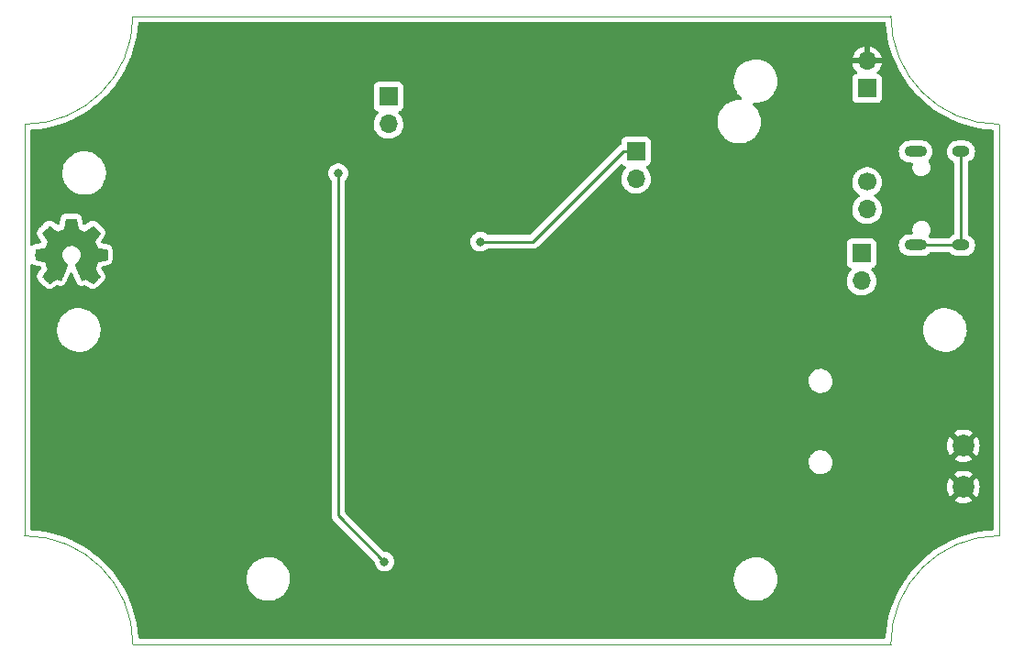
<source format=gbr>
G04 #@! TF.GenerationSoftware,KiCad,Pcbnew,6.0.11-2627ca5db0~126~ubuntu20.04.1*
G04 #@! TF.CreationDate,2024-08-13T23:32:26-05:00*
G04 #@! TF.ProjectId,lir-multi-charger,6c69722d-6d75-46c7-9469-2d6368617267,rev?*
G04 #@! TF.SameCoordinates,Original*
G04 #@! TF.FileFunction,Copper,L2,Bot*
G04 #@! TF.FilePolarity,Positive*
%FSLAX46Y46*%
G04 Gerber Fmt 4.6, Leading zero omitted, Abs format (unit mm)*
G04 Created by KiCad (PCBNEW 6.0.11-2627ca5db0~126~ubuntu20.04.1) date 2024-08-13 23:32:26*
%MOMM*%
%LPD*%
G01*
G04 APERTURE LIST*
G04 #@! TA.AperFunction,Profile*
%ADD10C,0.050000*%
G04 #@! TD*
G04 #@! TA.AperFunction,EtchedComponent*
%ADD11C,0.010000*%
G04 #@! TD*
G04 #@! TA.AperFunction,ComponentPad*
%ADD12C,1.998980*%
G04 #@! TD*
G04 #@! TA.AperFunction,ComponentPad*
%ADD13R,1.700000X1.700000*%
G04 #@! TD*
G04 #@! TA.AperFunction,ComponentPad*
%ADD14O,1.700000X1.700000*%
G04 #@! TD*
G04 #@! TA.AperFunction,ComponentPad*
%ADD15C,1.700000*%
G04 #@! TD*
G04 #@! TA.AperFunction,ComponentPad*
%ADD16O,2.100000X1.000000*%
G04 #@! TD*
G04 #@! TA.AperFunction,ComponentPad*
%ADD17O,1.600000X1.000000*%
G04 #@! TD*
G04 #@! TA.AperFunction,ViaPad*
%ADD18C,0.800000*%
G04 #@! TD*
G04 #@! TA.AperFunction,Conductor*
%ADD19C,0.250000*%
G04 #@! TD*
G04 APERTURE END LIST*
D10*
X180000000Y-100000000D02*
G75*
G03*
X190000000Y-110000000I10000000J0D01*
G01*
X110000000Y-100000000D02*
X180000000Y-100000000D01*
X190000000Y-148000000D02*
G75*
G03*
X180000000Y-158000000I0J-10000000D01*
G01*
X110000000Y-158000000D02*
X180000000Y-158000000D01*
X100000000Y-110000000D02*
X100000000Y-148000000D01*
X100000000Y-110000000D02*
G75*
G03*
X110000000Y-100000000I0J10000000D01*
G01*
X190000000Y-110000000D02*
X190000000Y-148000000D01*
X110000000Y-158000000D02*
G75*
G03*
X100000000Y-148000000I-10000000J0D01*
G01*
G36*
X104839835Y-119206051D02*
G01*
X104923655Y-119650675D01*
X105542227Y-119905671D01*
X105913267Y-119653366D01*
X105986704Y-119603626D01*
X106084059Y-119538338D01*
X106168347Y-119482574D01*
X106235191Y-119439198D01*
X106280214Y-119411073D01*
X106299038Y-119401062D01*
X106310599Y-119408181D01*
X106345156Y-119438014D01*
X106397454Y-119486972D01*
X106463060Y-119550560D01*
X106537543Y-119624283D01*
X106616473Y-119703645D01*
X106695416Y-119784151D01*
X106769944Y-119861305D01*
X106835623Y-119930613D01*
X106888023Y-119987577D01*
X106922713Y-120027704D01*
X106935261Y-120046497D01*
X106932342Y-120054571D01*
X106912131Y-120090589D01*
X106875223Y-120149864D01*
X106824610Y-120227750D01*
X106763285Y-120319601D01*
X106694239Y-120420770D01*
X106656347Y-120475946D01*
X106591166Y-120572004D01*
X106535283Y-120655837D01*
X106491677Y-120722897D01*
X106463329Y-120768639D01*
X106453217Y-120788516D01*
X106453383Y-120789617D01*
X106462303Y-120814814D01*
X106482766Y-120866267D01*
X106511920Y-120937255D01*
X106546913Y-121021055D01*
X106584892Y-121110948D01*
X106623005Y-121200211D01*
X106658399Y-121282123D01*
X106688222Y-121349963D01*
X106709621Y-121397010D01*
X106719744Y-121416542D01*
X106725734Y-121418275D01*
X106762126Y-121426089D01*
X106826987Y-121439035D01*
X106915125Y-121456099D01*
X107021347Y-121476271D01*
X107140462Y-121498538D01*
X107203243Y-121510343D01*
X107318472Y-121532868D01*
X107419222Y-121553670D01*
X107499986Y-121571555D01*
X107555258Y-121585328D01*
X107579531Y-121593794D01*
X107583891Y-121602186D01*
X107591123Y-121643192D01*
X107596806Y-121711488D01*
X107600942Y-121800649D01*
X107603537Y-121904248D01*
X107604596Y-122015860D01*
X107604121Y-122129058D01*
X107602119Y-122237416D01*
X107598593Y-122334509D01*
X107593547Y-122413910D01*
X107586987Y-122469192D01*
X107578916Y-122493930D01*
X107574018Y-122496720D01*
X107537490Y-122508689D01*
X107474125Y-122524525D01*
X107391246Y-122542494D01*
X107296178Y-122560861D01*
X107264102Y-122566711D01*
X107115953Y-122593918D01*
X106999521Y-122615783D01*
X106910769Y-122633213D01*
X106845663Y-122647116D01*
X106800166Y-122658397D01*
X106770242Y-122667963D01*
X106751854Y-122676721D01*
X106740967Y-122685577D01*
X106739702Y-122687063D01*
X106721898Y-122718051D01*
X106695554Y-122774754D01*
X106663221Y-122850519D01*
X106627453Y-122938694D01*
X106590804Y-123032627D01*
X106555826Y-123125667D01*
X106525073Y-123211161D01*
X106501098Y-123282456D01*
X106486455Y-123332902D01*
X106483696Y-123355846D01*
X106485541Y-123358823D01*
X106504635Y-123387613D01*
X106540544Y-123440715D01*
X106589938Y-123513237D01*
X106649487Y-123600287D01*
X106715863Y-123696974D01*
X106734080Y-123723576D01*
X106798137Y-123818995D01*
X106853497Y-123904332D01*
X106896999Y-123974525D01*
X106925484Y-124024514D01*
X106935792Y-124049236D01*
X106933571Y-124055736D01*
X106910418Y-124087764D01*
X106864737Y-124140065D01*
X106799801Y-124209119D01*
X106718879Y-124291406D01*
X106625245Y-124383406D01*
X106571725Y-124434901D01*
X106487102Y-124515103D01*
X106413035Y-124583798D01*
X106353501Y-124637372D01*
X106312477Y-124672205D01*
X106293941Y-124684683D01*
X106281206Y-124680058D01*
X106241996Y-124658177D01*
X106185055Y-124622393D01*
X106117810Y-124577237D01*
X106069998Y-124544285D01*
X105974545Y-124478847D01*
X105872685Y-124409348D01*
X105779648Y-124346195D01*
X105597392Y-124222920D01*
X105444401Y-124305640D01*
X105408377Y-124324733D01*
X105342863Y-124357392D01*
X105292200Y-124379939D01*
X105265124Y-124388346D01*
X105256263Y-124377550D01*
X105234259Y-124336443D01*
X105201759Y-124268669D01*
X105160570Y-124178529D01*
X105112502Y-124070325D01*
X105059362Y-123948357D01*
X105002959Y-123816928D01*
X104945102Y-123680338D01*
X104887598Y-123542887D01*
X104832257Y-123408878D01*
X104780886Y-123282611D01*
X104735295Y-123168388D01*
X104697292Y-123070510D01*
X104668684Y-122993277D01*
X104651281Y-122940991D01*
X104646891Y-122917953D01*
X104647188Y-122917280D01*
X104667637Y-122895983D01*
X104710410Y-122862628D01*
X104766677Y-122824131D01*
X104784437Y-122812376D01*
X104919574Y-122700855D01*
X105031416Y-122568026D01*
X105117315Y-122419418D01*
X105174622Y-122260560D01*
X105200691Y-122096980D01*
X105192873Y-121934208D01*
X105161204Y-121789435D01*
X105104342Y-121643244D01*
X105021448Y-121512823D01*
X104907691Y-121388933D01*
X104862993Y-121349355D01*
X104718495Y-121251843D01*
X104562398Y-121186170D01*
X104399227Y-121151750D01*
X104233503Y-121147994D01*
X104069752Y-121174314D01*
X103912496Y-121230123D01*
X103766258Y-121314834D01*
X103635564Y-121427857D01*
X103524934Y-121568607D01*
X103503665Y-121603462D01*
X103431370Y-121762775D01*
X103392975Y-121928672D01*
X103387474Y-122096857D01*
X103413861Y-122263033D01*
X103471130Y-122422904D01*
X103558277Y-122572173D01*
X103674296Y-122706543D01*
X103818182Y-122821719D01*
X103822854Y-122824822D01*
X103878524Y-122864053D01*
X103920249Y-122897406D01*
X103939306Y-122917953D01*
X103936902Y-122934061D01*
X103921951Y-122980964D01*
X103895441Y-123053659D01*
X103859180Y-123147845D01*
X103814976Y-123259218D01*
X103764636Y-123383478D01*
X103709967Y-123516322D01*
X103652778Y-123653447D01*
X103594876Y-123790552D01*
X103538070Y-123923335D01*
X103484166Y-124047494D01*
X103434972Y-124158726D01*
X103392297Y-124252729D01*
X103357947Y-124325202D01*
X103333731Y-124371842D01*
X103321457Y-124388346D01*
X103311249Y-124386111D01*
X103271146Y-124370046D01*
X103211878Y-124341879D01*
X103142179Y-124305640D01*
X102989189Y-124222920D01*
X102806933Y-124346195D01*
X102753087Y-124382699D01*
X102652934Y-124450904D01*
X102553085Y-124519218D01*
X102468771Y-124577237D01*
X102422239Y-124608856D01*
X102361760Y-124648140D01*
X102316917Y-124675032D01*
X102295015Y-124685003D01*
X102285605Y-124680770D01*
X102251591Y-124654841D01*
X102199155Y-124609190D01*
X102132861Y-124548306D01*
X102057273Y-124476681D01*
X101976956Y-124398803D01*
X101896473Y-124319165D01*
X101820389Y-124242255D01*
X101753267Y-124172565D01*
X101699672Y-124114584D01*
X101664168Y-124072804D01*
X101651319Y-124051713D01*
X101652060Y-124047701D01*
X101667353Y-124015040D01*
X101700022Y-123958532D01*
X101746910Y-123883283D01*
X101804861Y-123794395D01*
X101870717Y-123696974D01*
X101889187Y-123670102D01*
X101954042Y-123575543D01*
X102011169Y-123491947D01*
X102057238Y-123424204D01*
X102088919Y-123377206D01*
X102102884Y-123355846D01*
X102103228Y-123354931D01*
X102099106Y-123328798D01*
X102083367Y-123275860D01*
X102058564Y-123202767D01*
X102027249Y-123116172D01*
X101991977Y-123022728D01*
X101955300Y-122929085D01*
X101919772Y-122841897D01*
X101887946Y-122767815D01*
X101862376Y-122713491D01*
X101845613Y-122685577D01*
X101843934Y-122683844D01*
X101831932Y-122675076D01*
X101811663Y-122666235D01*
X101779089Y-122656412D01*
X101730176Y-122644703D01*
X101660887Y-122630200D01*
X101567185Y-122611996D01*
X101445036Y-122589186D01*
X101290402Y-122560861D01*
X101258330Y-122554900D01*
X101166453Y-122536472D01*
X101089167Y-122519012D01*
X101033796Y-122504253D01*
X101007665Y-122493930D01*
X101003293Y-122485317D01*
X100996005Y-122443946D01*
X100990229Y-122375361D01*
X100985970Y-122285988D01*
X100983233Y-122182255D01*
X100982022Y-122070585D01*
X100982342Y-121957407D01*
X100984196Y-121849146D01*
X100987590Y-121752228D01*
X100992527Y-121673079D01*
X100999012Y-121618126D01*
X101007049Y-121593794D01*
X101015256Y-121590199D01*
X101056079Y-121578868D01*
X101125084Y-121562842D01*
X101216763Y-121543315D01*
X101325610Y-121521482D01*
X101446118Y-121498538D01*
X101511917Y-121486279D01*
X101624695Y-121465021D01*
X101721767Y-121446407D01*
X101797942Y-121431448D01*
X101848029Y-121421156D01*
X101866836Y-121416542D01*
X101867543Y-121415591D01*
X101879521Y-121391430D01*
X101902354Y-121340814D01*
X101933190Y-121270458D01*
X101969173Y-121187078D01*
X102007451Y-121097390D01*
X102045169Y-121008109D01*
X102079473Y-120925952D01*
X102107509Y-120857633D01*
X102126424Y-120809868D01*
X102133363Y-120789374D01*
X102130302Y-120782163D01*
X102109932Y-120747848D01*
X102072982Y-120690090D01*
X102022420Y-120613419D01*
X101961217Y-120522368D01*
X101892341Y-120421470D01*
X101854554Y-120366213D01*
X101789342Y-120269335D01*
X101733431Y-120184313D01*
X101689801Y-120115782D01*
X101661437Y-120068380D01*
X101651319Y-120046743D01*
X101658350Y-120035007D01*
X101687757Y-119999938D01*
X101736001Y-119946865D01*
X101798653Y-119880284D01*
X101871285Y-119804694D01*
X101949468Y-119724592D01*
X102028774Y-119644474D01*
X102104773Y-119568838D01*
X102173038Y-119502182D01*
X102229140Y-119449002D01*
X102268650Y-119413796D01*
X102287139Y-119401062D01*
X102297403Y-119406013D01*
X102335090Y-119428977D01*
X102395908Y-119468058D01*
X102475473Y-119520392D01*
X102569403Y-119583116D01*
X102673314Y-119653366D01*
X103044354Y-119905671D01*
X103353640Y-119778173D01*
X103662925Y-119650675D01*
X103746746Y-119206051D01*
X103830566Y-118761427D01*
X104756014Y-118761427D01*
X104839835Y-119206051D01*
G37*
D11*
X104839835Y-119206051D02*
X104923655Y-119650675D01*
X105542227Y-119905671D01*
X105913267Y-119653366D01*
X105986704Y-119603626D01*
X106084059Y-119538338D01*
X106168347Y-119482574D01*
X106235191Y-119439198D01*
X106280214Y-119411073D01*
X106299038Y-119401062D01*
X106310599Y-119408181D01*
X106345156Y-119438014D01*
X106397454Y-119486972D01*
X106463060Y-119550560D01*
X106537543Y-119624283D01*
X106616473Y-119703645D01*
X106695416Y-119784151D01*
X106769944Y-119861305D01*
X106835623Y-119930613D01*
X106888023Y-119987577D01*
X106922713Y-120027704D01*
X106935261Y-120046497D01*
X106932342Y-120054571D01*
X106912131Y-120090589D01*
X106875223Y-120149864D01*
X106824610Y-120227750D01*
X106763285Y-120319601D01*
X106694239Y-120420770D01*
X106656347Y-120475946D01*
X106591166Y-120572004D01*
X106535283Y-120655837D01*
X106491677Y-120722897D01*
X106463329Y-120768639D01*
X106453217Y-120788516D01*
X106453383Y-120789617D01*
X106462303Y-120814814D01*
X106482766Y-120866267D01*
X106511920Y-120937255D01*
X106546913Y-121021055D01*
X106584892Y-121110948D01*
X106623005Y-121200211D01*
X106658399Y-121282123D01*
X106688222Y-121349963D01*
X106709621Y-121397010D01*
X106719744Y-121416542D01*
X106725734Y-121418275D01*
X106762126Y-121426089D01*
X106826987Y-121439035D01*
X106915125Y-121456099D01*
X107021347Y-121476271D01*
X107140462Y-121498538D01*
X107203243Y-121510343D01*
X107318472Y-121532868D01*
X107419222Y-121553670D01*
X107499986Y-121571555D01*
X107555258Y-121585328D01*
X107579531Y-121593794D01*
X107583891Y-121602186D01*
X107591123Y-121643192D01*
X107596806Y-121711488D01*
X107600942Y-121800649D01*
X107603537Y-121904248D01*
X107604596Y-122015860D01*
X107604121Y-122129058D01*
X107602119Y-122237416D01*
X107598593Y-122334509D01*
X107593547Y-122413910D01*
X107586987Y-122469192D01*
X107578916Y-122493930D01*
X107574018Y-122496720D01*
X107537490Y-122508689D01*
X107474125Y-122524525D01*
X107391246Y-122542494D01*
X107296178Y-122560861D01*
X107264102Y-122566711D01*
X107115953Y-122593918D01*
X106999521Y-122615783D01*
X106910769Y-122633213D01*
X106845663Y-122647116D01*
X106800166Y-122658397D01*
X106770242Y-122667963D01*
X106751854Y-122676721D01*
X106740967Y-122685577D01*
X106739702Y-122687063D01*
X106721898Y-122718051D01*
X106695554Y-122774754D01*
X106663221Y-122850519D01*
X106627453Y-122938694D01*
X106590804Y-123032627D01*
X106555826Y-123125667D01*
X106525073Y-123211161D01*
X106501098Y-123282456D01*
X106486455Y-123332902D01*
X106483696Y-123355846D01*
X106485541Y-123358823D01*
X106504635Y-123387613D01*
X106540544Y-123440715D01*
X106589938Y-123513237D01*
X106649487Y-123600287D01*
X106715863Y-123696974D01*
X106734080Y-123723576D01*
X106798137Y-123818995D01*
X106853497Y-123904332D01*
X106896999Y-123974525D01*
X106925484Y-124024514D01*
X106935792Y-124049236D01*
X106933571Y-124055736D01*
X106910418Y-124087764D01*
X106864737Y-124140065D01*
X106799801Y-124209119D01*
X106718879Y-124291406D01*
X106625245Y-124383406D01*
X106571725Y-124434901D01*
X106487102Y-124515103D01*
X106413035Y-124583798D01*
X106353501Y-124637372D01*
X106312477Y-124672205D01*
X106293941Y-124684683D01*
X106281206Y-124680058D01*
X106241996Y-124658177D01*
X106185055Y-124622393D01*
X106117810Y-124577237D01*
X106069998Y-124544285D01*
X105974545Y-124478847D01*
X105872685Y-124409348D01*
X105779648Y-124346195D01*
X105597392Y-124222920D01*
X105444401Y-124305640D01*
X105408377Y-124324733D01*
X105342863Y-124357392D01*
X105292200Y-124379939D01*
X105265124Y-124388346D01*
X105256263Y-124377550D01*
X105234259Y-124336443D01*
X105201759Y-124268669D01*
X105160570Y-124178529D01*
X105112502Y-124070325D01*
X105059362Y-123948357D01*
X105002959Y-123816928D01*
X104945102Y-123680338D01*
X104887598Y-123542887D01*
X104832257Y-123408878D01*
X104780886Y-123282611D01*
X104735295Y-123168388D01*
X104697292Y-123070510D01*
X104668684Y-122993277D01*
X104651281Y-122940991D01*
X104646891Y-122917953D01*
X104647188Y-122917280D01*
X104667637Y-122895983D01*
X104710410Y-122862628D01*
X104766677Y-122824131D01*
X104784437Y-122812376D01*
X104919574Y-122700855D01*
X105031416Y-122568026D01*
X105117315Y-122419418D01*
X105174622Y-122260560D01*
X105200691Y-122096980D01*
X105192873Y-121934208D01*
X105161204Y-121789435D01*
X105104342Y-121643244D01*
X105021448Y-121512823D01*
X104907691Y-121388933D01*
X104862993Y-121349355D01*
X104718495Y-121251843D01*
X104562398Y-121186170D01*
X104399227Y-121151750D01*
X104233503Y-121147994D01*
X104069752Y-121174314D01*
X103912496Y-121230123D01*
X103766258Y-121314834D01*
X103635564Y-121427857D01*
X103524934Y-121568607D01*
X103503665Y-121603462D01*
X103431370Y-121762775D01*
X103392975Y-121928672D01*
X103387474Y-122096857D01*
X103413861Y-122263033D01*
X103471130Y-122422904D01*
X103558277Y-122572173D01*
X103674296Y-122706543D01*
X103818182Y-122821719D01*
X103822854Y-122824822D01*
X103878524Y-122864053D01*
X103920249Y-122897406D01*
X103939306Y-122917953D01*
X103936902Y-122934061D01*
X103921951Y-122980964D01*
X103895441Y-123053659D01*
X103859180Y-123147845D01*
X103814976Y-123259218D01*
X103764636Y-123383478D01*
X103709967Y-123516322D01*
X103652778Y-123653447D01*
X103594876Y-123790552D01*
X103538070Y-123923335D01*
X103484166Y-124047494D01*
X103434972Y-124158726D01*
X103392297Y-124252729D01*
X103357947Y-124325202D01*
X103333731Y-124371842D01*
X103321457Y-124388346D01*
X103311249Y-124386111D01*
X103271146Y-124370046D01*
X103211878Y-124341879D01*
X103142179Y-124305640D01*
X102989189Y-124222920D01*
X102806933Y-124346195D01*
X102753087Y-124382699D01*
X102652934Y-124450904D01*
X102553085Y-124519218D01*
X102468771Y-124577237D01*
X102422239Y-124608856D01*
X102361760Y-124648140D01*
X102316917Y-124675032D01*
X102295015Y-124685003D01*
X102285605Y-124680770D01*
X102251591Y-124654841D01*
X102199155Y-124609190D01*
X102132861Y-124548306D01*
X102057273Y-124476681D01*
X101976956Y-124398803D01*
X101896473Y-124319165D01*
X101820389Y-124242255D01*
X101753267Y-124172565D01*
X101699672Y-124114584D01*
X101664168Y-124072804D01*
X101651319Y-124051713D01*
X101652060Y-124047701D01*
X101667353Y-124015040D01*
X101700022Y-123958532D01*
X101746910Y-123883283D01*
X101804861Y-123794395D01*
X101870717Y-123696974D01*
X101889187Y-123670102D01*
X101954042Y-123575543D01*
X102011169Y-123491947D01*
X102057238Y-123424204D01*
X102088919Y-123377206D01*
X102102884Y-123355846D01*
X102103228Y-123354931D01*
X102099106Y-123328798D01*
X102083367Y-123275860D01*
X102058564Y-123202767D01*
X102027249Y-123116172D01*
X101991977Y-123022728D01*
X101955300Y-122929085D01*
X101919772Y-122841897D01*
X101887946Y-122767815D01*
X101862376Y-122713491D01*
X101845613Y-122685577D01*
X101843934Y-122683844D01*
X101831932Y-122675076D01*
X101811663Y-122666235D01*
X101779089Y-122656412D01*
X101730176Y-122644703D01*
X101660887Y-122630200D01*
X101567185Y-122611996D01*
X101445036Y-122589186D01*
X101290402Y-122560861D01*
X101258330Y-122554900D01*
X101166453Y-122536472D01*
X101089167Y-122519012D01*
X101033796Y-122504253D01*
X101007665Y-122493930D01*
X101003293Y-122485317D01*
X100996005Y-122443946D01*
X100990229Y-122375361D01*
X100985970Y-122285988D01*
X100983233Y-122182255D01*
X100982022Y-122070585D01*
X100982342Y-121957407D01*
X100984196Y-121849146D01*
X100987590Y-121752228D01*
X100992527Y-121673079D01*
X100999012Y-121618126D01*
X101007049Y-121593794D01*
X101015256Y-121590199D01*
X101056079Y-121578868D01*
X101125084Y-121562842D01*
X101216763Y-121543315D01*
X101325610Y-121521482D01*
X101446118Y-121498538D01*
X101511917Y-121486279D01*
X101624695Y-121465021D01*
X101721767Y-121446407D01*
X101797942Y-121431448D01*
X101848029Y-121421156D01*
X101866836Y-121416542D01*
X101867543Y-121415591D01*
X101879521Y-121391430D01*
X101902354Y-121340814D01*
X101933190Y-121270458D01*
X101969173Y-121187078D01*
X102007451Y-121097390D01*
X102045169Y-121008109D01*
X102079473Y-120925952D01*
X102107509Y-120857633D01*
X102126424Y-120809868D01*
X102133363Y-120789374D01*
X102130302Y-120782163D01*
X102109932Y-120747848D01*
X102072982Y-120690090D01*
X102022420Y-120613419D01*
X101961217Y-120522368D01*
X101892341Y-120421470D01*
X101854554Y-120366213D01*
X101789342Y-120269335D01*
X101733431Y-120184313D01*
X101689801Y-120115782D01*
X101661437Y-120068380D01*
X101651319Y-120046743D01*
X101658350Y-120035007D01*
X101687757Y-119999938D01*
X101736001Y-119946865D01*
X101798653Y-119880284D01*
X101871285Y-119804694D01*
X101949468Y-119724592D01*
X102028774Y-119644474D01*
X102104773Y-119568838D01*
X102173038Y-119502182D01*
X102229140Y-119449002D01*
X102268650Y-119413796D01*
X102287139Y-119401062D01*
X102297403Y-119406013D01*
X102335090Y-119428977D01*
X102395908Y-119468058D01*
X102475473Y-119520392D01*
X102569403Y-119583116D01*
X102673314Y-119653366D01*
X103044354Y-119905671D01*
X103353640Y-119778173D01*
X103662925Y-119650675D01*
X103746746Y-119206051D01*
X103830566Y-118761427D01*
X104756014Y-118761427D01*
X104839835Y-119206051D01*
D12*
X186690000Y-139700000D03*
X186690000Y-143510000D03*
D13*
X156464000Y-112500000D03*
D14*
X156464000Y-115040000D03*
D13*
X177292000Y-121920000D03*
D14*
X177292000Y-124460000D03*
D13*
X177800000Y-106680000D03*
D14*
X177800000Y-104140000D03*
D15*
X177800000Y-115316000D03*
D14*
X177800000Y-117856000D03*
D16*
X182290000Y-121160000D03*
X182290000Y-112520000D03*
D17*
X186470000Y-121160000D03*
X186470000Y-112520000D03*
D13*
X133604000Y-107437000D03*
D14*
X133604000Y-109977000D03*
D18*
X142082000Y-120834500D03*
X133235300Y-150396300D03*
X128963900Y-114516000D03*
D19*
X146954200Y-120834500D02*
X142082000Y-120834500D01*
X155288700Y-112500000D02*
X146954200Y-120834500D01*
X156464000Y-112500000D02*
X155288700Y-112500000D01*
X128963900Y-146124900D02*
X133235300Y-150396300D01*
X128963900Y-114516000D02*
X128963900Y-146124900D01*
X186470000Y-121160000D02*
X182290000Y-121160000D01*
X186470000Y-112520000D02*
X186470000Y-121160000D01*
G04 #@! TA.AperFunction,Conductor*
G36*
X179447940Y-100528502D02*
G01*
X179494433Y-100582158D01*
X179505762Y-100630706D01*
X179505885Y-100634777D01*
X179563358Y-101267238D01*
X179658913Y-101895075D01*
X179792201Y-102515996D01*
X179962737Y-103127738D01*
X179963359Y-103129542D01*
X179963362Y-103129550D01*
X180169275Y-103726265D01*
X180169281Y-103726280D01*
X180169897Y-103728066D01*
X180170618Y-103729808D01*
X180170625Y-103729825D01*
X180327279Y-104108018D01*
X180412927Y-104314791D01*
X180413761Y-104316504D01*
X180413766Y-104316515D01*
X180574323Y-104646267D01*
X180690939Y-104885772D01*
X181002918Y-105438926D01*
X181003940Y-105440506D01*
X181003945Y-105440515D01*
X181346692Y-105970633D01*
X181346700Y-105970645D01*
X181347727Y-105972233D01*
X181348849Y-105973758D01*
X181348856Y-105973768D01*
X181628558Y-106353893D01*
X181724107Y-106483748D01*
X181725328Y-106485213D01*
X181946039Y-106750046D01*
X182130685Y-106971605D01*
X182565977Y-107434023D01*
X183028395Y-107869315D01*
X183029848Y-107870526D01*
X183029856Y-107870533D01*
X183391484Y-108171912D01*
X183516252Y-108275893D01*
X183517791Y-108277025D01*
X183517793Y-108277027D01*
X184026232Y-108651144D01*
X184026242Y-108651151D01*
X184027767Y-108652273D01*
X184029355Y-108653300D01*
X184029367Y-108653308D01*
X184559485Y-108996055D01*
X184559494Y-108996060D01*
X184561074Y-108997082D01*
X185114228Y-109309061D01*
X185115939Y-109309894D01*
X185683485Y-109586234D01*
X185683496Y-109586239D01*
X185685209Y-109587073D01*
X185737605Y-109608776D01*
X186270175Y-109829375D01*
X186270192Y-109829382D01*
X186271934Y-109830103D01*
X186273720Y-109830719D01*
X186273735Y-109830725D01*
X186870450Y-110036638D01*
X186870458Y-110036641D01*
X186872262Y-110037263D01*
X187484004Y-110207799D01*
X188104925Y-110341087D01*
X188106800Y-110341372D01*
X188106798Y-110341372D01*
X188730901Y-110436359D01*
X188730909Y-110436360D01*
X188732762Y-110436642D01*
X189365223Y-110494115D01*
X189367116Y-110494172D01*
X189367129Y-110494173D01*
X189369178Y-110494235D01*
X189369294Y-110494238D01*
X189436782Y-110516282D01*
X189481638Y-110571314D01*
X189491500Y-110620181D01*
X189491500Y-147379819D01*
X189471498Y-147447940D01*
X189417842Y-147494433D01*
X189369294Y-147505762D01*
X189369178Y-147505765D01*
X189367129Y-147505827D01*
X189367116Y-147505828D01*
X189365223Y-147505885D01*
X188732762Y-147563358D01*
X188730909Y-147563640D01*
X188730901Y-147563641D01*
X188240702Y-147638248D01*
X188104925Y-147658913D01*
X187484004Y-147792201D01*
X186872262Y-147962737D01*
X186870458Y-147963359D01*
X186870450Y-147963362D01*
X186273735Y-148169275D01*
X186273720Y-148169281D01*
X186271934Y-148169897D01*
X186270192Y-148170618D01*
X186270175Y-148170625D01*
X185932129Y-148310649D01*
X185685209Y-148412927D01*
X185683496Y-148413761D01*
X185683485Y-148413766D01*
X185216110Y-148641332D01*
X185114228Y-148690939D01*
X184561074Y-149002918D01*
X184559494Y-149003940D01*
X184559485Y-149003945D01*
X184029367Y-149346692D01*
X184029355Y-149346700D01*
X184027767Y-149347727D01*
X184026242Y-149348849D01*
X184026232Y-149348856D01*
X183517793Y-149722973D01*
X183516252Y-149724107D01*
X183514787Y-149725328D01*
X183057048Y-150106806D01*
X183028395Y-150130685D01*
X182565977Y-150565977D01*
X182130685Y-151028395D01*
X182129474Y-151029848D01*
X182129467Y-151029856D01*
X181788051Y-151439524D01*
X181724107Y-151516252D01*
X181722975Y-151517791D01*
X181722973Y-151517793D01*
X181416629Y-151934127D01*
X181347727Y-152027767D01*
X181346700Y-152029355D01*
X181346692Y-152029367D01*
X181093459Y-152421036D01*
X181002918Y-152561074D01*
X180690939Y-153114228D01*
X180690106Y-153115939D01*
X180439219Y-153631211D01*
X180412927Y-153685209D01*
X180412194Y-153686979D01*
X180170625Y-154270175D01*
X180170618Y-154270192D01*
X180169897Y-154271934D01*
X180169281Y-154273720D01*
X180169275Y-154273735D01*
X179963362Y-154870450D01*
X179962737Y-154872262D01*
X179792201Y-155484004D01*
X179658913Y-156104925D01*
X179563358Y-156732762D01*
X179505885Y-157365223D01*
X179505828Y-157367116D01*
X179505827Y-157367129D01*
X179505762Y-157369294D01*
X179483718Y-157436782D01*
X179428686Y-157481638D01*
X179379819Y-157491500D01*
X110620181Y-157491500D01*
X110552060Y-157471498D01*
X110505567Y-157417842D01*
X110494238Y-157369294D01*
X110494173Y-157367129D01*
X110494172Y-157367116D01*
X110494115Y-157365223D01*
X110436642Y-156732762D01*
X110341087Y-156104925D01*
X110207799Y-155484004D01*
X110037263Y-154872262D01*
X110036638Y-154870450D01*
X109830725Y-154273735D01*
X109830719Y-154273720D01*
X109830103Y-154271934D01*
X109829382Y-154270192D01*
X109829375Y-154270175D01*
X109587806Y-153686979D01*
X109587073Y-153685209D01*
X109560782Y-153631211D01*
X109309894Y-153115939D01*
X109309061Y-153114228D01*
X108997082Y-152561074D01*
X108906541Y-152421036D01*
X108653308Y-152029367D01*
X108653300Y-152029355D01*
X108652273Y-152027767D01*
X108583372Y-151934127D01*
X108580139Y-151929733D01*
X120487822Y-151929733D01*
X120487975Y-151934121D01*
X120487975Y-151934127D01*
X120491192Y-152026232D01*
X120497625Y-152210458D01*
X120498387Y-152214781D01*
X120498388Y-152214788D01*
X120522164Y-152349624D01*
X120546402Y-152487087D01*
X120633203Y-152754235D01*
X120756340Y-153006702D01*
X120758795Y-153010341D01*
X120758798Y-153010347D01*
X120827748Y-153112569D01*
X120913415Y-153239576D01*
X121101371Y-153448322D01*
X121316550Y-153628879D01*
X121554764Y-153777731D01*
X121811375Y-153891982D01*
X122081390Y-153969407D01*
X122085740Y-153970018D01*
X122085743Y-153970019D01*
X122188690Y-153984487D01*
X122359552Y-154008500D01*
X122570146Y-154008500D01*
X122572332Y-154008347D01*
X122572336Y-154008347D01*
X122775827Y-153994118D01*
X122775832Y-153994117D01*
X122780212Y-153993811D01*
X123054970Y-153935409D01*
X123059099Y-153933906D01*
X123059103Y-153933905D01*
X123314781Y-153840846D01*
X123314785Y-153840844D01*
X123318926Y-153839337D01*
X123566942Y-153707464D01*
X123570503Y-153704877D01*
X123790629Y-153544947D01*
X123790632Y-153544944D01*
X123794192Y-153542358D01*
X123996252Y-153347231D01*
X124169188Y-153125882D01*
X124171384Y-153122078D01*
X124171389Y-153122071D01*
X124307435Y-152886431D01*
X124309636Y-152882619D01*
X124414862Y-152622176D01*
X124429686Y-152562720D01*
X124481753Y-152353893D01*
X124481754Y-152353888D01*
X124482817Y-152349624D01*
X124512178Y-152070267D01*
X124510694Y-152027767D01*
X124507271Y-151929733D01*
X165487822Y-151929733D01*
X165487975Y-151934121D01*
X165487975Y-151934127D01*
X165491192Y-152026232D01*
X165497625Y-152210458D01*
X165498387Y-152214781D01*
X165498388Y-152214788D01*
X165522164Y-152349624D01*
X165546402Y-152487087D01*
X165633203Y-152754235D01*
X165756340Y-153006702D01*
X165758795Y-153010341D01*
X165758798Y-153010347D01*
X165827748Y-153112569D01*
X165913415Y-153239576D01*
X166101371Y-153448322D01*
X166316550Y-153628879D01*
X166554764Y-153777731D01*
X166811375Y-153891982D01*
X167081390Y-153969407D01*
X167085740Y-153970018D01*
X167085743Y-153970019D01*
X167188690Y-153984487D01*
X167359552Y-154008500D01*
X167570146Y-154008500D01*
X167572332Y-154008347D01*
X167572336Y-154008347D01*
X167775827Y-153994118D01*
X167775832Y-153994117D01*
X167780212Y-153993811D01*
X168054970Y-153935409D01*
X168059099Y-153933906D01*
X168059103Y-153933905D01*
X168314781Y-153840846D01*
X168314785Y-153840844D01*
X168318926Y-153839337D01*
X168566942Y-153707464D01*
X168570503Y-153704877D01*
X168790629Y-153544947D01*
X168790632Y-153544944D01*
X168794192Y-153542358D01*
X168996252Y-153347231D01*
X169169188Y-153125882D01*
X169171384Y-153122078D01*
X169171389Y-153122071D01*
X169307435Y-152886431D01*
X169309636Y-152882619D01*
X169414862Y-152622176D01*
X169429686Y-152562720D01*
X169481753Y-152353893D01*
X169481754Y-152353888D01*
X169482817Y-152349624D01*
X169512178Y-152070267D01*
X169510694Y-152027767D01*
X169502529Y-151793939D01*
X169502528Y-151793933D01*
X169502375Y-151789542D01*
X169478608Y-151654749D01*
X169454360Y-151517236D01*
X169453598Y-151512913D01*
X169366797Y-151245765D01*
X169243660Y-150993298D01*
X169241205Y-150989659D01*
X169241202Y-150989653D01*
X169095458Y-150773579D01*
X169086585Y-150760424D01*
X168898629Y-150551678D01*
X168683450Y-150371121D01*
X168445236Y-150222269D01*
X168188625Y-150108018D01*
X167918610Y-150030593D01*
X167914260Y-150029982D01*
X167914257Y-150029981D01*
X167811310Y-150015513D01*
X167640448Y-149991500D01*
X167429854Y-149991500D01*
X167427668Y-149991653D01*
X167427664Y-149991653D01*
X167224173Y-150005882D01*
X167224168Y-150005883D01*
X167219788Y-150006189D01*
X166945030Y-150064591D01*
X166940901Y-150066094D01*
X166940897Y-150066095D01*
X166685219Y-150159154D01*
X166685215Y-150159156D01*
X166681074Y-150160663D01*
X166433058Y-150292536D01*
X166429499Y-150295122D01*
X166429497Y-150295123D01*
X166256231Y-150421008D01*
X166205808Y-150457642D01*
X166003748Y-150652769D01*
X165830812Y-150874118D01*
X165828616Y-150877922D01*
X165828611Y-150877929D01*
X165717572Y-151070255D01*
X165690364Y-151117381D01*
X165585138Y-151377824D01*
X165584073Y-151382097D01*
X165584072Y-151382099D01*
X165550240Y-151517793D01*
X165517183Y-151650376D01*
X165487822Y-151929733D01*
X124507271Y-151929733D01*
X124502529Y-151793939D01*
X124502528Y-151793933D01*
X124502375Y-151789542D01*
X124478608Y-151654749D01*
X124454360Y-151517236D01*
X124453598Y-151512913D01*
X124366797Y-151245765D01*
X124243660Y-150993298D01*
X124241205Y-150989659D01*
X124241202Y-150989653D01*
X124095458Y-150773579D01*
X124086585Y-150760424D01*
X123898629Y-150551678D01*
X123683450Y-150371121D01*
X123445236Y-150222269D01*
X123188625Y-150108018D01*
X122918610Y-150030593D01*
X122914260Y-150029982D01*
X122914257Y-150029981D01*
X122811310Y-150015513D01*
X122640448Y-149991500D01*
X122429854Y-149991500D01*
X122427668Y-149991653D01*
X122427664Y-149991653D01*
X122224173Y-150005882D01*
X122224168Y-150005883D01*
X122219788Y-150006189D01*
X121945030Y-150064591D01*
X121940901Y-150066094D01*
X121940897Y-150066095D01*
X121685219Y-150159154D01*
X121685215Y-150159156D01*
X121681074Y-150160663D01*
X121433058Y-150292536D01*
X121429499Y-150295122D01*
X121429497Y-150295123D01*
X121256231Y-150421008D01*
X121205808Y-150457642D01*
X121003748Y-150652769D01*
X120830812Y-150874118D01*
X120828616Y-150877922D01*
X120828611Y-150877929D01*
X120717572Y-151070255D01*
X120690364Y-151117381D01*
X120585138Y-151377824D01*
X120584073Y-151382097D01*
X120584072Y-151382099D01*
X120550240Y-151517793D01*
X120517183Y-151650376D01*
X120487822Y-151929733D01*
X108580139Y-151929733D01*
X108277027Y-151517793D01*
X108277025Y-151517791D01*
X108275893Y-151516252D01*
X108211949Y-151439525D01*
X107870533Y-151029856D01*
X107870526Y-151029848D01*
X107869315Y-151028395D01*
X107434023Y-150565977D01*
X106971605Y-150130685D01*
X106942953Y-150106806D01*
X106485213Y-149725328D01*
X106483748Y-149724107D01*
X106482207Y-149722973D01*
X105973768Y-149348856D01*
X105973758Y-149348849D01*
X105972233Y-149347727D01*
X105970645Y-149346700D01*
X105970633Y-149346692D01*
X105440515Y-149003945D01*
X105440506Y-149003940D01*
X105438926Y-149002918D01*
X104885772Y-148690939D01*
X104783890Y-148641332D01*
X104316515Y-148413766D01*
X104316504Y-148413761D01*
X104314791Y-148412927D01*
X104067871Y-148310649D01*
X103729825Y-148170625D01*
X103729808Y-148170618D01*
X103728066Y-148169897D01*
X103726280Y-148169281D01*
X103726265Y-148169275D01*
X103129550Y-147963362D01*
X103129542Y-147963359D01*
X103127738Y-147962737D01*
X102515996Y-147792201D01*
X101895075Y-147658913D01*
X101759298Y-147638248D01*
X101269099Y-147563641D01*
X101269091Y-147563640D01*
X101267238Y-147563358D01*
X100634777Y-147505885D01*
X100632884Y-147505828D01*
X100632871Y-147505827D01*
X100630822Y-147505765D01*
X100630706Y-147505762D01*
X100563218Y-147483718D01*
X100518362Y-147428686D01*
X100508500Y-147379819D01*
X100508500Y-128929733D01*
X102987822Y-128929733D01*
X102997625Y-129210458D01*
X102998387Y-129214781D01*
X102998388Y-129214788D01*
X103022164Y-129349624D01*
X103046402Y-129487087D01*
X103133203Y-129754235D01*
X103256340Y-130006702D01*
X103258795Y-130010341D01*
X103258798Y-130010347D01*
X103331890Y-130118710D01*
X103413415Y-130239576D01*
X103601371Y-130448322D01*
X103816550Y-130628879D01*
X104054764Y-130777731D01*
X104311375Y-130891982D01*
X104581390Y-130969407D01*
X104585740Y-130970018D01*
X104585743Y-130970019D01*
X104688690Y-130984487D01*
X104859552Y-131008500D01*
X105070146Y-131008500D01*
X105072332Y-131008347D01*
X105072336Y-131008347D01*
X105275827Y-130994118D01*
X105275832Y-130994117D01*
X105280212Y-130993811D01*
X105554970Y-130935409D01*
X105559099Y-130933906D01*
X105559103Y-130933905D01*
X105814781Y-130840846D01*
X105814785Y-130840844D01*
X105818926Y-130839337D01*
X106066942Y-130707464D01*
X106171896Y-130631211D01*
X106290629Y-130544947D01*
X106290632Y-130544944D01*
X106294192Y-130542358D01*
X106496252Y-130347231D01*
X106669188Y-130125882D01*
X106671384Y-130122078D01*
X106671389Y-130122071D01*
X106807435Y-129886431D01*
X106809636Y-129882619D01*
X106914862Y-129622176D01*
X106948544Y-129487087D01*
X106981753Y-129353893D01*
X106981754Y-129353888D01*
X106982817Y-129349624D01*
X107012178Y-129070267D01*
X107002375Y-128789542D01*
X106978608Y-128654749D01*
X106954360Y-128517236D01*
X106953598Y-128512913D01*
X106866797Y-128245765D01*
X106743660Y-127993298D01*
X106741205Y-127989659D01*
X106741202Y-127989653D01*
X106660935Y-127870653D01*
X106586585Y-127760424D01*
X106398629Y-127551678D01*
X106183450Y-127371121D01*
X105945236Y-127222269D01*
X105688625Y-127108018D01*
X105418610Y-127030593D01*
X105414260Y-127029982D01*
X105414257Y-127029981D01*
X105311310Y-127015513D01*
X105140448Y-126991500D01*
X104929854Y-126991500D01*
X104927668Y-126991653D01*
X104927664Y-126991653D01*
X104724173Y-127005882D01*
X104724168Y-127005883D01*
X104719788Y-127006189D01*
X104445030Y-127064591D01*
X104440901Y-127066094D01*
X104440897Y-127066095D01*
X104185219Y-127159154D01*
X104185215Y-127159156D01*
X104181074Y-127160663D01*
X103933058Y-127292536D01*
X103929499Y-127295122D01*
X103929497Y-127295123D01*
X103824895Y-127371121D01*
X103705808Y-127457642D01*
X103503748Y-127652769D01*
X103330812Y-127874118D01*
X103328616Y-127877922D01*
X103328611Y-127877929D01*
X103214794Y-128075067D01*
X103190364Y-128117381D01*
X103085138Y-128377824D01*
X103084073Y-128382097D01*
X103084072Y-128382099D01*
X103050379Y-128517236D01*
X103017183Y-128650376D01*
X102987822Y-128929733D01*
X100508500Y-128929733D01*
X100508500Y-123016472D01*
X100528502Y-122948351D01*
X100582158Y-122901858D01*
X100652432Y-122891754D01*
X100698267Y-122907800D01*
X100708071Y-122913553D01*
X100722965Y-122923799D01*
X100737448Y-122935377D01*
X100737451Y-122935378D01*
X100744463Y-122940984D01*
X100777087Y-122954389D01*
X100779502Y-122955472D01*
X100781795Y-122956818D01*
X100786319Y-122958605D01*
X100786327Y-122958609D01*
X100812205Y-122968832D01*
X100813798Y-122969474D01*
X100845196Y-122982375D01*
X100848104Y-122983613D01*
X100858432Y-122988163D01*
X100858440Y-122988166D01*
X100862892Y-122990127D01*
X100865934Y-122990938D01*
X100867315Y-122991464D01*
X100872207Y-122993474D01*
X100872211Y-122993475D01*
X100880515Y-122996887D01*
X100889443Y-122997831D01*
X100895586Y-122999384D01*
X100897777Y-122999759D01*
X100907971Y-123002189D01*
X100911197Y-123003003D01*
X100920647Y-123005522D01*
X100927803Y-123007883D01*
X100927814Y-123007848D01*
X100932474Y-123009286D01*
X100936996Y-123011075D01*
X100941740Y-123012147D01*
X100941741Y-123012147D01*
X100964052Y-123017187D01*
X100968738Y-123018341D01*
X100988197Y-123023528D01*
X100988209Y-123023530D01*
X100992537Y-123024684D01*
X100996985Y-123025212D01*
X100999822Y-123025756D01*
X101008845Y-123027307D01*
X101015037Y-123028706D01*
X101021503Y-123030348D01*
X101021683Y-123030399D01*
X101026252Y-123032079D01*
X101057972Y-123038441D01*
X101060778Y-123039040D01*
X101089261Y-123045474D01*
X101093729Y-123045832D01*
X101095351Y-123046079D01*
X101101132Y-123047098D01*
X101119225Y-123050726D01*
X101122384Y-123051464D01*
X101125171Y-123052445D01*
X101129956Y-123053334D01*
X101129966Y-123053337D01*
X101157540Y-123058462D01*
X101158022Y-123058570D01*
X101158537Y-123058750D01*
X101160090Y-123059034D01*
X101160092Y-123059035D01*
X101165469Y-123060020D01*
X101167482Y-123060406D01*
X101193496Y-123065623D01*
X101196435Y-123065787D01*
X101199721Y-123066301D01*
X101232816Y-123072452D01*
X101233378Y-123072475D01*
X101233839Y-123072543D01*
X101351388Y-123094075D01*
X101351691Y-123094131D01*
X101376389Y-123098743D01*
X101408973Y-123104828D01*
X101472265Y-123136996D01*
X101503165Y-123182735D01*
X101512367Y-123206229D01*
X101512924Y-123207679D01*
X101514812Y-123212680D01*
X101520159Y-123283475D01*
X101500841Y-123328449D01*
X101469763Y-123373761D01*
X101468770Y-123375105D01*
X101467700Y-123376256D01*
X101446579Y-123407500D01*
X101446147Y-123408133D01*
X101429077Y-123432967D01*
X101429063Y-123432989D01*
X101426654Y-123436494D01*
X101425929Y-123437958D01*
X101425076Y-123439310D01*
X101409472Y-123462393D01*
X101401207Y-123474619D01*
X101398856Y-123477881D01*
X101396550Y-123480446D01*
X101378127Y-123508705D01*
X101377648Y-123509439D01*
X101376499Y-123511171D01*
X101358795Y-123537360D01*
X101357291Y-123540454D01*
X101355119Y-123543993D01*
X101340390Y-123566586D01*
X101338031Y-123570204D01*
X101334990Y-123574591D01*
X101332245Y-123577775D01*
X101329673Y-123581902D01*
X101329669Y-123581908D01*
X101314545Y-123606179D01*
X101313159Y-123608353D01*
X101296618Y-123633725D01*
X101294851Y-123637522D01*
X101292053Y-123642278D01*
X101284934Y-123653704D01*
X101281171Y-123658995D01*
X101281302Y-123659085D01*
X101278546Y-123663101D01*
X101275488Y-123666893D01*
X101267939Y-123679951D01*
X101260755Y-123692376D01*
X101258614Y-123695942D01*
X101244706Y-123718263D01*
X101242897Y-123722369D01*
X101240806Y-123726326D01*
X101240738Y-123726290D01*
X101237795Y-123732091D01*
X101234003Y-123738651D01*
X101229476Y-123745898D01*
X101219269Y-123761065D01*
X101217207Y-123765469D01*
X101217200Y-123765481D01*
X101214003Y-123772309D01*
X101208983Y-123781928D01*
X101204712Y-123789315D01*
X101198067Y-123799620D01*
X101191748Y-123808441D01*
X101177964Y-123847770D01*
X101173175Y-123859506D01*
X101171388Y-123863324D01*
X101171327Y-123863295D01*
X101169860Y-123866634D01*
X101162625Y-123881209D01*
X101162624Y-123881212D01*
X101158632Y-123889254D01*
X101157058Y-123898090D01*
X101157057Y-123898094D01*
X101153115Y-123920230D01*
X101149601Y-123934845D01*
X101139374Y-123968419D01*
X101139274Y-123977399D01*
X101139145Y-123988893D01*
X101137201Y-124009575D01*
X101132839Y-124034065D01*
X101134421Y-124048626D01*
X101135640Y-124059851D01*
X101136274Y-124078545D01*
X101135589Y-124095488D01*
X101135589Y-124095492D01*
X101135227Y-124104460D01*
X101137397Y-124113170D01*
X101137741Y-124114552D01*
X101137543Y-124114601D01*
X101137638Y-124115533D01*
X101137731Y-124115507D01*
X101139451Y-124121645D01*
X101140387Y-124125178D01*
X101140734Y-124126569D01*
X101142484Y-124133596D01*
X101145483Y-124150444D01*
X101146955Y-124163988D01*
X101148726Y-124180294D01*
X101152163Y-124188591D01*
X101152164Y-124188595D01*
X101158652Y-124204259D01*
X101164508Y-124222024D01*
X101170776Y-124247190D01*
X101175302Y-124254940D01*
X101186112Y-124273450D01*
X101187024Y-124275254D01*
X101187902Y-124278482D01*
X101192209Y-124285509D01*
X101192213Y-124285516D01*
X101211528Y-124317024D01*
X101212909Y-124319333D01*
X101240426Y-124366451D01*
X101240428Y-124366454D01*
X101244955Y-124374205D01*
X101251478Y-124380376D01*
X101253588Y-124383035D01*
X101256903Y-124386532D01*
X101268086Y-124399691D01*
X101269174Y-124400992D01*
X101288701Y-124424680D01*
X101290319Y-124426684D01*
X101292723Y-124429725D01*
X101295440Y-124433768D01*
X101299471Y-124438129D01*
X101299974Y-124438673D01*
X101304668Y-124444049D01*
X101309273Y-124449636D01*
X101309277Y-124449640D01*
X101314691Y-124456208D01*
X101317399Y-124458048D01*
X101319699Y-124460429D01*
X101332249Y-124475198D01*
X101335604Y-124478165D01*
X101335648Y-124478204D01*
X101344707Y-124487067D01*
X101349756Y-124492530D01*
X101353257Y-124496540D01*
X101355670Y-124499977D01*
X101378877Y-124524072D01*
X101380615Y-124525915D01*
X101398171Y-124544908D01*
X101398184Y-124544920D01*
X101401212Y-124548196D01*
X101404451Y-124550829D01*
X101408402Y-124554728D01*
X101423542Y-124570447D01*
X101425573Y-124572695D01*
X101427204Y-124574953D01*
X101430618Y-124578404D01*
X101430623Y-124578410D01*
X101452325Y-124600348D01*
X101453497Y-124601549D01*
X101473004Y-124621802D01*
X101473018Y-124621815D01*
X101476116Y-124625031D01*
X101478305Y-124626737D01*
X101480548Y-124628877D01*
X101503960Y-124652543D01*
X101505532Y-124654241D01*
X101506862Y-124656042D01*
X101510311Y-124659455D01*
X101510319Y-124659464D01*
X101532884Y-124681792D01*
X101533835Y-124682742D01*
X101544757Y-124693782D01*
X101557348Y-124706510D01*
X101559129Y-124707859D01*
X101560840Y-124709453D01*
X101588024Y-124736353D01*
X101589500Y-124737915D01*
X101590781Y-124739612D01*
X101594269Y-124742994D01*
X101594276Y-124743002D01*
X101617159Y-124765190D01*
X101618072Y-124766084D01*
X101641985Y-124789746D01*
X101643696Y-124791014D01*
X101645318Y-124792494D01*
X101671828Y-124818198D01*
X101673567Y-124819999D01*
X101675042Y-124821908D01*
X101701458Y-124846939D01*
X101702409Y-124847852D01*
X101723056Y-124867872D01*
X101723064Y-124867878D01*
X101726283Y-124871000D01*
X101728230Y-124872413D01*
X101730144Y-124874121D01*
X101742641Y-124885962D01*
X101748411Y-124891429D01*
X101751449Y-124894308D01*
X101754043Y-124896923D01*
X101756062Y-124899453D01*
X101776408Y-124918138D01*
X101781827Y-124923115D01*
X101783265Y-124924457D01*
X101803174Y-124943323D01*
X101803185Y-124943332D01*
X101806427Y-124946404D01*
X101809061Y-124948270D01*
X101811905Y-124950739D01*
X101822741Y-124960690D01*
X101827318Y-124965113D01*
X101828669Y-124966486D01*
X101831810Y-124970216D01*
X101855612Y-124990938D01*
X101858070Y-124993137D01*
X101878971Y-125012332D01*
X101882682Y-125014874D01*
X101885383Y-125017022D01*
X101889681Y-125020598D01*
X101892494Y-125023047D01*
X101900650Y-125030817D01*
X101905099Y-125035452D01*
X101905103Y-125035456D01*
X101908474Y-125038967D01*
X101912340Y-125041914D01*
X101912350Y-125041923D01*
X101920454Y-125048100D01*
X101932053Y-125059048D01*
X101937908Y-125064177D01*
X101943752Y-125070988D01*
X101951273Y-125075885D01*
X101951274Y-125075886D01*
X101985967Y-125098476D01*
X101993597Y-125103857D01*
X102000054Y-125108779D01*
X102003620Y-125111497D01*
X102007531Y-125113680D01*
X102016309Y-125118580D01*
X102023629Y-125122999D01*
X102038467Y-125132660D01*
X102042900Y-125134654D01*
X102046220Y-125136468D01*
X102054936Y-125141696D01*
X102074766Y-125154708D01*
X102083351Y-125157328D01*
X102085170Y-125158181D01*
X102085949Y-125158449D01*
X102091694Y-125160656D01*
X102099535Y-125165033D01*
X102128294Y-125171603D01*
X102135076Y-125173353D01*
X102143074Y-125175657D01*
X102148070Y-125177097D01*
X102149966Y-125177660D01*
X102194682Y-125191307D01*
X102215449Y-125197645D01*
X102219570Y-125197693D01*
X102223530Y-125198834D01*
X102278922Y-125198611D01*
X102292012Y-125198559D01*
X102293998Y-125198567D01*
X102303959Y-125198684D01*
X102362528Y-125199372D01*
X102366501Y-125198261D01*
X102370620Y-125198244D01*
X102434576Y-125179263D01*
X102434898Y-125180349D01*
X102437577Y-125178958D01*
X102441989Y-125178510D01*
X102450306Y-125175133D01*
X102453136Y-125174430D01*
X102459661Y-125172201D01*
X102466682Y-125170237D01*
X102466686Y-125170235D01*
X102471374Y-125168924D01*
X102474311Y-125167587D01*
X102477758Y-125166448D01*
X102503019Y-125158951D01*
X102503021Y-125158950D01*
X102511630Y-125156395D01*
X102528539Y-125145485D01*
X102540572Y-125138628D01*
X102542192Y-125137819D01*
X102546707Y-125135986D01*
X102550885Y-125133480D01*
X102553524Y-125132163D01*
X102555284Y-125131239D01*
X102555212Y-125131107D01*
X102559158Y-125128960D01*
X102563235Y-125127104D01*
X102587133Y-125111805D01*
X102590224Y-125109890D01*
X102592995Y-125108228D01*
X102599261Y-125104958D01*
X102599217Y-125104878D01*
X102603492Y-125102549D01*
X102607931Y-125100558D01*
X102612008Y-125097910D01*
X102612015Y-125097906D01*
X102631851Y-125085021D01*
X102635660Y-125082642D01*
X102657473Y-125069561D01*
X102660960Y-125066727D01*
X102664621Y-125064161D01*
X102664755Y-125064352D01*
X102674812Y-125057456D01*
X102677759Y-125056060D01*
X102705337Y-125037321D01*
X102707516Y-125035873D01*
X102715300Y-125030817D01*
X102732873Y-125019402D01*
X102735553Y-125017060D01*
X102737707Y-125015506D01*
X102758365Y-125001290D01*
X102758849Y-125000959D01*
X102787870Y-124981239D01*
X102788789Y-124980402D01*
X102789731Y-124979707D01*
X102843625Y-124942620D01*
X102843744Y-124942538D01*
X102942424Y-124875024D01*
X102963133Y-124860921D01*
X103030696Y-124839112D01*
X103079909Y-124847708D01*
X103079989Y-124847739D01*
X103084031Y-124849660D01*
X103088303Y-124850988D01*
X103088306Y-124850989D01*
X103091121Y-124851864D01*
X103099271Y-124854707D01*
X103124115Y-124864344D01*
X103125716Y-124864965D01*
X103127001Y-124865472D01*
X103150356Y-124874828D01*
X103150362Y-124874830D01*
X103154521Y-124876496D01*
X103156566Y-124876994D01*
X103157418Y-124877295D01*
X103157805Y-124877412D01*
X103162348Y-124879174D01*
X103167109Y-124880216D01*
X103171766Y-124881620D01*
X103171744Y-124881692D01*
X103183388Y-124885144D01*
X103200436Y-124891582D01*
X103200437Y-124891582D01*
X103208836Y-124894754D01*
X103217787Y-124895441D01*
X103217792Y-124895442D01*
X103228848Y-124896291D01*
X103249001Y-124899494D01*
X103261249Y-124902476D01*
X103282554Y-124901501D01*
X103283739Y-124901447D01*
X103299140Y-124901684D01*
X103304105Y-124902065D01*
X103355494Y-124906009D01*
X103356338Y-124905831D01*
X103357195Y-124905894D01*
X103365749Y-124904060D01*
X103365751Y-124904060D01*
X103403490Y-124895969D01*
X103403503Y-124896031D01*
X103403662Y-124895961D01*
X103408186Y-124895754D01*
X103414355Y-124893640D01*
X103428201Y-124890671D01*
X103499416Y-124875648D01*
X103500175Y-124875241D01*
X103501018Y-124875060D01*
X103564937Y-124840499D01*
X103601724Y-124820764D01*
X103621290Y-124810268D01*
X103621291Y-124810267D01*
X103629033Y-124806114D01*
X103629648Y-124805509D01*
X103630405Y-124805100D01*
X103682076Y-124753967D01*
X103682219Y-124753827D01*
X103685771Y-124750334D01*
X103696625Y-124740910D01*
X103697010Y-124740518D01*
X103704139Y-124735065D01*
X103709450Y-124727832D01*
X103714304Y-124722882D01*
X103719072Y-124717356D01*
X103728574Y-124707953D01*
X103728575Y-124707951D01*
X103734956Y-124701637D01*
X103739307Y-124693787D01*
X103739311Y-124693782D01*
X103750059Y-124674391D01*
X103759160Y-124660278D01*
X103766017Y-124651058D01*
X103767776Y-124648693D01*
X103768391Y-124647560D01*
X103771032Y-124643963D01*
X103775691Y-124634991D01*
X103785750Y-124615616D01*
X103786803Y-124613631D01*
X103802493Y-124584721D01*
X103802493Y-124584720D01*
X103803033Y-124585013D01*
X103803604Y-124583087D01*
X103804834Y-124581277D01*
X103806913Y-124576891D01*
X103807100Y-124576564D01*
X103809730Y-124571385D01*
X103820169Y-124552149D01*
X103821007Y-124548268D01*
X103822685Y-124544479D01*
X103828605Y-124533078D01*
X103828608Y-124533072D01*
X103830669Y-124529102D01*
X103832148Y-124524877D01*
X103833928Y-124520756D01*
X103833936Y-124520760D01*
X103836651Y-124514148D01*
X103839672Y-124507774D01*
X103841469Y-124504263D01*
X103843336Y-124501417D01*
X103845973Y-124495609D01*
X103857690Y-124469799D01*
X103858563Y-124467917D01*
X103870189Y-124443389D01*
X103870190Y-124443386D01*
X103872106Y-124439344D01*
X103873111Y-124436100D01*
X103874689Y-124432355D01*
X103886390Y-124406578D01*
X103887302Y-124404736D01*
X103888415Y-124403004D01*
X103903404Y-124369111D01*
X103903822Y-124368181D01*
X103915935Y-124341501D01*
X103915940Y-124341486D01*
X103917786Y-124337421D01*
X103918359Y-124335458D01*
X103919147Y-124333517D01*
X103937896Y-124291125D01*
X103938489Y-124289903D01*
X103939261Y-124288681D01*
X103954391Y-124253831D01*
X103954635Y-124253275D01*
X103967157Y-124224963D01*
X103967165Y-124224943D01*
X103968700Y-124221472D01*
X103969088Y-124220093D01*
X103969598Y-124218807D01*
X103993397Y-124163988D01*
X103993846Y-124163047D01*
X103994448Y-124162084D01*
X104009540Y-124126808D01*
X104009782Y-124126247D01*
X104022546Y-124096847D01*
X104022549Y-124096839D01*
X104023776Y-124094013D01*
X104024074Y-124092923D01*
X104024461Y-124091931D01*
X104051455Y-124028832D01*
X104051839Y-124028018D01*
X104052360Y-124027176D01*
X104067296Y-123991809D01*
X104067523Y-123991274D01*
X104080416Y-123961138D01*
X104080419Y-123961129D01*
X104081489Y-123958629D01*
X104081746Y-123957673D01*
X104082069Y-123956830D01*
X104110457Y-123889610D01*
X104110818Y-123888836D01*
X104111316Y-123888022D01*
X104126282Y-123852138D01*
X104140167Y-123819259D01*
X104140408Y-123818343D01*
X104140716Y-123817529D01*
X104168702Y-123750424D01*
X104169086Y-123749589D01*
X104169607Y-123748730D01*
X104173242Y-123739897D01*
X104176770Y-123731326D01*
X104221193Y-123675944D01*
X104288506Y-123653371D01*
X104357336Y-123670773D01*
X104405832Y-123722625D01*
X104409521Y-123730642D01*
X104410134Y-123732107D01*
X104413222Y-123739488D01*
X104413444Y-123740021D01*
X104423853Y-123765226D01*
X104427049Y-123772966D01*
X104427549Y-123773811D01*
X104427925Y-123774632D01*
X104456141Y-123842079D01*
X104456441Y-123842876D01*
X104456670Y-123843789D01*
X104457690Y-123846196D01*
X104457693Y-123846205D01*
X104460349Y-123852474D01*
X104471831Y-123879580D01*
X104485617Y-123912534D01*
X104486102Y-123913346D01*
X104486460Y-123914117D01*
X104514728Y-123980855D01*
X104515055Y-123981713D01*
X104515303Y-123982680D01*
X104516393Y-123985220D01*
X104516398Y-123985233D01*
X104530507Y-124018108D01*
X104530676Y-124018503D01*
X104544508Y-124051159D01*
X104545029Y-124052023D01*
X104545406Y-124052825D01*
X104571303Y-124113170D01*
X104571941Y-124114657D01*
X104572328Y-124115655D01*
X104572626Y-124116792D01*
X104581119Y-124136284D01*
X104587880Y-124151803D01*
X104588156Y-124152441D01*
X104602020Y-124184747D01*
X104602630Y-124185747D01*
X104603096Y-124186727D01*
X104607989Y-124197957D01*
X104625646Y-124238482D01*
X104626061Y-124239435D01*
X104626590Y-124240777D01*
X104626985Y-124242241D01*
X104628614Y-124245908D01*
X104628618Y-124245918D01*
X104642317Y-124276755D01*
X104642677Y-124277574D01*
X104656469Y-124309230D01*
X104657270Y-124310527D01*
X104657890Y-124311812D01*
X104675453Y-124351346D01*
X104676294Y-124353423D01*
X104676896Y-124355564D01*
X104678920Y-124359993D01*
X104678922Y-124359999D01*
X104692080Y-124388793D01*
X104692628Y-124390008D01*
X104702606Y-124412469D01*
X104706259Y-124420693D01*
X104707438Y-124422573D01*
X104708459Y-124424638D01*
X104718559Y-124446741D01*
X104720346Y-124450979D01*
X104721448Y-124454635D01*
X104735190Y-124483291D01*
X104736173Y-124485341D01*
X104737162Y-124487455D01*
X104746447Y-124507774D01*
X104750032Y-124515619D01*
X104752085Y-124518815D01*
X104754261Y-124523062D01*
X104755839Y-124526352D01*
X104760785Y-124538312D01*
X104761053Y-124538922D01*
X104762662Y-124543513D01*
X104764957Y-124547800D01*
X104764959Y-124547805D01*
X104769528Y-124556340D01*
X104774449Y-124566764D01*
X104776551Y-124575057D01*
X104782250Y-124584721D01*
X104794250Y-124605070D01*
X104792232Y-124606260D01*
X104794208Y-124608605D01*
X104795138Y-124607996D01*
X104801997Y-124618477D01*
X104805104Y-124623476D01*
X104806021Y-124625031D01*
X104807692Y-124627865D01*
X104810236Y-124632392D01*
X104818819Y-124648427D01*
X104818830Y-124648444D01*
X104820942Y-124652390D01*
X104823599Y-124656005D01*
X104824226Y-124657000D01*
X104830310Y-124666219D01*
X104833963Y-124672414D01*
X104837051Y-124676176D01*
X104846069Y-124687164D01*
X104854105Y-124698109D01*
X104870761Y-124723563D01*
X104870763Y-124723565D01*
X104875679Y-124731078D01*
X104882506Y-124736909D01*
X104882508Y-124736911D01*
X104883964Y-124738154D01*
X104883786Y-124738362D01*
X104885790Y-124740639D01*
X104885986Y-124740906D01*
X104894680Y-124747551D01*
X104899983Y-124751837D01*
X104902638Y-124754104D01*
X104923228Y-124771690D01*
X104926474Y-124774560D01*
X104972613Y-124816797D01*
X104980398Y-124820623D01*
X104980928Y-124820972D01*
X104987525Y-124826606D01*
X104995711Y-124830285D01*
X104995714Y-124830287D01*
X105044592Y-124852255D01*
X105048514Y-124854099D01*
X105062396Y-124860921D01*
X105104624Y-124881674D01*
X105113170Y-124883161D01*
X105113774Y-124883346D01*
X105121688Y-124886903D01*
X105183658Y-124895503D01*
X105187891Y-124896164D01*
X105249535Y-124906892D01*
X105258155Y-124905921D01*
X105258793Y-124905929D01*
X105267382Y-124907121D01*
X105276261Y-124905810D01*
X105276266Y-124905810D01*
X105329252Y-124897986D01*
X105333528Y-124897429D01*
X105367157Y-124893640D01*
X105386783Y-124891429D01*
X105386785Y-124891428D01*
X105395700Y-124890424D01*
X105431714Y-124875338D01*
X105447480Y-124869930D01*
X105450478Y-124869119D01*
X105464441Y-124865341D01*
X105468897Y-124863358D01*
X105469434Y-124863167D01*
X105473077Y-124861646D01*
X105475394Y-124860741D01*
X105479679Y-124859411D01*
X105497813Y-124850801D01*
X105567925Y-124839650D01*
X105622871Y-124860539D01*
X105684456Y-124902558D01*
X105684686Y-124902716D01*
X105779077Y-124967425D01*
X105779226Y-124967527D01*
X105794351Y-124977952D01*
X105796472Y-124979518D01*
X105798336Y-124981240D01*
X105828394Y-125001425D01*
X105829564Y-125002221D01*
X105856767Y-125020969D01*
X105859033Y-125022095D01*
X105861322Y-125023536D01*
X105865516Y-125026352D01*
X105870225Y-125029985D01*
X105870372Y-125029787D01*
X105874291Y-125032695D01*
X105877959Y-125035883D01*
X105882074Y-125038469D01*
X105882078Y-125038472D01*
X105903606Y-125052001D01*
X105906805Y-125054080D01*
X105925660Y-125066742D01*
X105925679Y-125066753D01*
X105929396Y-125069249D01*
X105933438Y-125071197D01*
X105937076Y-125073281D01*
X105952050Y-125083348D01*
X105953001Y-125084092D01*
X105953005Y-125084095D01*
X105956837Y-125087090D01*
X105961086Y-125089462D01*
X105961093Y-125089466D01*
X105967130Y-125092835D01*
X105968282Y-125093585D01*
X105969288Y-125094594D01*
X105972801Y-125096526D01*
X105982840Y-125102047D01*
X105989162Y-125105767D01*
X105999984Y-125112569D01*
X106004081Y-125114393D01*
X106006764Y-125115824D01*
X106012812Y-125119317D01*
X106019395Y-125124861D01*
X106027609Y-125128484D01*
X106027610Y-125128485D01*
X106038466Y-125133274D01*
X106049001Y-125138522D01*
X106063170Y-125146429D01*
X106064391Y-125146898D01*
X106068322Y-125149060D01*
X106072893Y-125150720D01*
X106072904Y-125150725D01*
X106097917Y-125159809D01*
X106105756Y-125162957D01*
X106145759Y-125180602D01*
X106145761Y-125180602D01*
X106153973Y-125184225D01*
X106162873Y-125185397D01*
X106165523Y-125185746D01*
X106165473Y-125186126D01*
X106166599Y-125186441D01*
X106166671Y-125185897D01*
X106176387Y-125187177D01*
X106176390Y-125187177D01*
X106178485Y-125187453D01*
X106203049Y-125190688D01*
X106212384Y-125192276D01*
X106245834Y-125199270D01*
X106260828Y-125202405D01*
X106269775Y-125201702D01*
X106277028Y-125202166D01*
X106283649Y-125202340D01*
X106290906Y-125202258D01*
X106299804Y-125203430D01*
X106309968Y-125201857D01*
X106348730Y-125195859D01*
X106358133Y-125194764D01*
X106398520Y-125191592D01*
X106398522Y-125191592D01*
X106407467Y-125190889D01*
X106415856Y-125187704D01*
X106422937Y-125186116D01*
X106429356Y-125184421D01*
X106436296Y-125182306D01*
X106445163Y-125180934D01*
X106453289Y-125177128D01*
X106453292Y-125177127D01*
X106489989Y-125159939D01*
X106498708Y-125156248D01*
X106536585Y-125141867D01*
X106544979Y-125138680D01*
X106568807Y-125120665D01*
X106586511Y-125107280D01*
X106596693Y-125100338D01*
X106610189Y-125092073D01*
X106610195Y-125092069D01*
X106614347Y-125089526D01*
X106618063Y-125086371D01*
X106619254Y-125085508D01*
X106622635Y-125082948D01*
X106622563Y-125082856D01*
X106626087Y-125080101D01*
X106629817Y-125077590D01*
X106644469Y-125064352D01*
X106646424Y-125062586D01*
X106654902Y-125055574D01*
X106657287Y-125053771D01*
X106662310Y-125049973D01*
X106663441Y-125048451D01*
X106664002Y-125047957D01*
X106667258Y-125045831D01*
X106690126Y-125025252D01*
X106692853Y-125022868D01*
X106710542Y-125007849D01*
X106710548Y-125007843D01*
X106713966Y-125004941D01*
X106716940Y-125001581D01*
X106720139Y-124998447D01*
X106720260Y-124998571D01*
X106724273Y-124994524D01*
X106727647Y-124991489D01*
X106730310Y-124989239D01*
X106732897Y-124987494D01*
X106736452Y-124984197D01*
X106736457Y-124984193D01*
X106758723Y-124963542D01*
X106760078Y-124962304D01*
X106783931Y-124940838D01*
X106785929Y-124938446D01*
X106788494Y-124935930D01*
X106807685Y-124918130D01*
X106809436Y-124916611D01*
X106811303Y-124915323D01*
X106837934Y-124890083D01*
X106838682Y-124889382D01*
X106863323Y-124866528D01*
X106864750Y-124864766D01*
X106866415Y-124863090D01*
X106867939Y-124861646D01*
X106896484Y-124834592D01*
X106897624Y-124833584D01*
X106898933Y-124832666D01*
X106901987Y-124829728D01*
X106926054Y-124806572D01*
X106926741Y-124805916D01*
X106951719Y-124782243D01*
X106951739Y-124782264D01*
X106956099Y-124778082D01*
X106956603Y-124777721D01*
X106982810Y-124751971D01*
X106983702Y-124751105D01*
X107004605Y-124730993D01*
X107004609Y-124730989D01*
X107007845Y-124727875D01*
X107009196Y-124726143D01*
X107010775Y-124724494D01*
X107027610Y-124707953D01*
X107051058Y-124684915D01*
X107054110Y-124682091D01*
X107056956Y-124679975D01*
X107060369Y-124676504D01*
X107060374Y-124676500D01*
X107081142Y-124655381D01*
X107082637Y-124653886D01*
X107105067Y-124631848D01*
X107107214Y-124629035D01*
X107110147Y-124625887D01*
X107138536Y-124597020D01*
X107142892Y-124592828D01*
X107146482Y-124590032D01*
X107151202Y-124585013D01*
X107168974Y-124566114D01*
X107170929Y-124564080D01*
X107182663Y-124552149D01*
X107191776Y-124542882D01*
X107194440Y-124539265D01*
X107194564Y-124539119D01*
X107198667Y-124534537D01*
X107208542Y-124524036D01*
X107212771Y-124519540D01*
X107218019Y-124514579D01*
X107217969Y-124514528D01*
X107221447Y-124511118D01*
X107225174Y-124507988D01*
X107243780Y-124486686D01*
X107246858Y-124483291D01*
X107261004Y-124468248D01*
X107261011Y-124468239D01*
X107264076Y-124464980D01*
X107266650Y-124461317D01*
X107269481Y-124457841D01*
X107273943Y-124452153D01*
X107283601Y-124441094D01*
X107288966Y-124435325D01*
X107290508Y-124433768D01*
X107303135Y-124421014D01*
X107309322Y-124412455D01*
X107316528Y-124403396D01*
X107321422Y-124397792D01*
X107323862Y-124394033D01*
X107326565Y-124390453D01*
X107326704Y-124390558D01*
X107338588Y-124375620D01*
X107347750Y-124366138D01*
X107347755Y-124366131D01*
X107353991Y-124359677D01*
X107371316Y-124326698D01*
X107371321Y-124326691D01*
X107375902Y-124317970D01*
X107384376Y-124304097D01*
X107393007Y-124291824D01*
X107393008Y-124291822D01*
X107398169Y-124284483D01*
X107403640Y-124268426D01*
X107411360Y-124250469D01*
X107418230Y-124237392D01*
X107418230Y-124237391D01*
X107422403Y-124229448D01*
X107425740Y-124212920D01*
X107428760Y-124197957D01*
X107433003Y-124182250D01*
X107436711Y-124171367D01*
X107445609Y-124145254D01*
X107446003Y-124136290D01*
X107446004Y-124136284D01*
X107446827Y-124117564D01*
X107448902Y-124099672D01*
X107452382Y-124081277D01*
X107454052Y-124072452D01*
X107452820Y-124059851D01*
X107451303Y-124044331D01*
X107450826Y-124026543D01*
X107451672Y-124007273D01*
X107452066Y-123998306D01*
X107445464Y-123971395D01*
X107442433Y-123953634D01*
X107440610Y-123934992D01*
X107439737Y-123926060D01*
X107426595Y-123893342D01*
X107425744Y-123891012D01*
X107425137Y-123888537D01*
X107412539Y-123858323D01*
X107411919Y-123856809D01*
X107397462Y-123820819D01*
X107396645Y-123818729D01*
X107393104Y-123809419D01*
X107393104Y-123809418D01*
X107391438Y-123805039D01*
X107390393Y-123803205D01*
X107390328Y-123803056D01*
X107388259Y-123797904D01*
X107388255Y-123797897D01*
X107384910Y-123789570D01*
X107379361Y-123782515D01*
X107376749Y-123777998D01*
X107374021Y-123774027D01*
X107368757Y-123765191D01*
X107367547Y-123763113D01*
X107361950Y-123753289D01*
X107358738Y-123746793D01*
X107358678Y-123746824D01*
X107356442Y-123742505D01*
X107354544Y-123738020D01*
X107339680Y-123714035D01*
X107337315Y-123710057D01*
X107329271Y-123695942D01*
X107324896Y-123688264D01*
X107322142Y-123684717D01*
X107319718Y-123681089D01*
X107315511Y-123675036D01*
X107310498Y-123666948D01*
X107307786Y-123662284D01*
X107306058Y-123658424D01*
X107287868Y-123630384D01*
X107286509Y-123628241D01*
X107270549Y-123602489D01*
X107267848Y-123599262D01*
X107264687Y-123594650D01*
X107256421Y-123581908D01*
X107250071Y-123572119D01*
X107248151Y-123568950D01*
X107246770Y-123565993D01*
X107227309Y-123537004D01*
X107226216Y-123535348D01*
X107211303Y-123512359D01*
X107211300Y-123512355D01*
X107208864Y-123508600D01*
X107206720Y-123506144D01*
X107204492Y-123503017D01*
X107182220Y-123469839D01*
X107181200Y-123468202D01*
X107180359Y-123466444D01*
X107162065Y-123439729D01*
X107161954Y-123439553D01*
X107161844Y-123439324D01*
X107157200Y-123432559D01*
X107156557Y-123431613D01*
X107139869Y-123406754D01*
X107138571Y-123405313D01*
X107137422Y-123403742D01*
X107119125Y-123377024D01*
X107118711Y-123376419D01*
X107118540Y-123376233D01*
X107118418Y-123376068D01*
X107116835Y-123373761D01*
X107085762Y-123328498D01*
X107063698Y-123261018D01*
X107072257Y-123211391D01*
X107083385Y-123182871D01*
X107126776Y-123126681D01*
X107177511Y-123104834D01*
X107209456Y-123098835D01*
X107209951Y-123098743D01*
X107349880Y-123073045D01*
X107352187Y-123072702D01*
X107354311Y-123072625D01*
X107359091Y-123071702D01*
X107359096Y-123071701D01*
X107390341Y-123065665D01*
X107391630Y-123065423D01*
X107420168Y-123060218D01*
X107420169Y-123060218D01*
X107424581Y-123059413D01*
X107426665Y-123058716D01*
X107428877Y-123058219D01*
X107443996Y-123055298D01*
X107450272Y-123054086D01*
X107456354Y-123053082D01*
X107460959Y-123052810D01*
X107465713Y-123051779D01*
X107465715Y-123051779D01*
X107492989Y-123045866D01*
X107495784Y-123045293D01*
X107520459Y-123040526D01*
X107520463Y-123040525D01*
X107524852Y-123039677D01*
X107529075Y-123038216D01*
X107529519Y-123038097D01*
X107535440Y-123036662D01*
X107544096Y-123034785D01*
X107550206Y-123033850D01*
X107550173Y-123033654D01*
X107554976Y-123032841D01*
X107559823Y-123032401D01*
X107580206Y-123027307D01*
X107588893Y-123025136D01*
X107592745Y-123024237D01*
X107597255Y-123023259D01*
X107618961Y-123018553D01*
X107623157Y-123016994D01*
X107627468Y-123015733D01*
X107627499Y-123015840D01*
X107633394Y-123014015D01*
X107635838Y-123013404D01*
X107646047Y-123011296D01*
X107659372Y-123009116D01*
X107663986Y-123007604D01*
X107663991Y-123007603D01*
X107664948Y-123007289D01*
X107676550Y-123004093D01*
X107678828Y-123003581D01*
X107687776Y-123002874D01*
X107734047Y-122985282D01*
X107747929Y-122980905D01*
X107776027Y-122973805D01*
X107815339Y-122950666D01*
X107823440Y-122946288D01*
X107834176Y-122940984D01*
X107867427Y-122924556D01*
X107874039Y-122918478D01*
X107881437Y-122913404D01*
X107881470Y-122913453D01*
X107892694Y-122905137D01*
X107895052Y-122903749D01*
X107895057Y-122903745D01*
X107902789Y-122899194D01*
X107909781Y-122891754D01*
X107918823Y-122882131D01*
X107933391Y-122868876D01*
X107944798Y-122860023D01*
X107951886Y-122854522D01*
X107964639Y-122836894D01*
X107969115Y-122831076D01*
X107975713Y-122825009D01*
X107980351Y-122817322D01*
X107981781Y-122815573D01*
X107987525Y-122809022D01*
X107997366Y-122798549D01*
X107997367Y-122798547D01*
X108003515Y-122792005D01*
X108014115Y-122771128D01*
X108024374Y-122754322D01*
X108032842Y-122742617D01*
X108032843Y-122742615D01*
X108038101Y-122735347D01*
X108049362Y-122703692D01*
X108051132Y-122700024D01*
X108051707Y-122699071D01*
X108051847Y-122698542D01*
X108053884Y-122694319D01*
X108053406Y-122694108D01*
X108054604Y-122691388D01*
X108054685Y-122691228D01*
X108054716Y-122691133D01*
X108057025Y-122685889D01*
X108061769Y-122678273D01*
X108072929Y-122638346D01*
X108075567Y-122630032D01*
X108084392Y-122605226D01*
X108087402Y-122596766D01*
X108087916Y-122587800D01*
X108089248Y-122581215D01*
X108090553Y-122575793D01*
X108090887Y-122574103D01*
X108092196Y-122569422D01*
X108094750Y-122547900D01*
X108095756Y-122541045D01*
X108103973Y-122494057D01*
X108105520Y-122485211D01*
X108104523Y-122476289D01*
X108104800Y-122467317D01*
X108105597Y-122467342D01*
X108105615Y-122456338D01*
X108107814Y-122437807D01*
X108107701Y-122433099D01*
X108107603Y-122429081D01*
X108107820Y-122418045D01*
X108108548Y-122406591D01*
X108108549Y-122406586D01*
X108108549Y-122406577D01*
X108109105Y-122400310D01*
X108109380Y-122397897D01*
X108110303Y-122393117D01*
X108111440Y-122361813D01*
X108111610Y-122358409D01*
X108113114Y-122334752D01*
X108113114Y-122334751D01*
X108113398Y-122330282D01*
X108113046Y-122325821D01*
X108113015Y-122321806D01*
X108113094Y-122316276D01*
X108113870Y-122294889D01*
X108114159Y-122290519D01*
X108114792Y-122286894D01*
X108115425Y-122252661D01*
X108115486Y-122250419D01*
X108116456Y-122223694D01*
X108116619Y-122219207D01*
X108116231Y-122215554D01*
X108116194Y-122211001D01*
X108116815Y-122177446D01*
X108116979Y-122174149D01*
X108117449Y-122171211D01*
X108117598Y-122135737D01*
X108117618Y-122133956D01*
X108118131Y-122106155D01*
X108118214Y-122101681D01*
X108117849Y-122098744D01*
X108117767Y-122095383D01*
X108117928Y-122056908D01*
X108118039Y-122053808D01*
X108118452Y-122050985D01*
X108118114Y-122015339D01*
X108118109Y-122013688D01*
X108118115Y-122012423D01*
X108118246Y-121981146D01*
X108117854Y-121978324D01*
X108117732Y-121975137D01*
X108117405Y-121940619D01*
X108117382Y-121938256D01*
X108117461Y-121934581D01*
X108117878Y-121931376D01*
X108116999Y-121896250D01*
X108116966Y-121894318D01*
X108116707Y-121866997D01*
X108116707Y-121866992D01*
X108116664Y-121862509D01*
X108116177Y-121859321D01*
X108115980Y-121855610D01*
X108115257Y-121826752D01*
X108115274Y-121821143D01*
X108115744Y-121816811D01*
X108115519Y-121811953D01*
X108115519Y-121811939D01*
X108114207Y-121783677D01*
X108114110Y-121780987D01*
X108113759Y-121766935D01*
X108113358Y-121750933D01*
X108112635Y-121746656D01*
X108112218Y-121740812D01*
X108111517Y-121725694D01*
X108111608Y-121718490D01*
X108111534Y-121718490D01*
X108111506Y-121713628D01*
X108111854Y-121708767D01*
X108109512Y-121680615D01*
X108109213Y-121676010D01*
X108108254Y-121655342D01*
X108108254Y-121655339D01*
X108108046Y-121650864D01*
X108107205Y-121646458D01*
X108106680Y-121642013D01*
X108106682Y-121642013D01*
X108105703Y-121634851D01*
X108104575Y-121621294D01*
X108104168Y-121613403D01*
X108103864Y-121598259D01*
X108103864Y-121598256D01*
X108103766Y-121593397D01*
X108101905Y-121582843D01*
X108100426Y-121571424D01*
X108100169Y-121568335D01*
X108100169Y-121568333D01*
X108099797Y-121563868D01*
X108098172Y-121556775D01*
X108095092Y-121533703D01*
X108094421Y-121517024D01*
X108094421Y-121517022D01*
X108094060Y-121508058D01*
X108072808Y-121444924D01*
X108069469Y-121433130D01*
X108065318Y-121415178D01*
X108065316Y-121415172D01*
X108063293Y-121406426D01*
X108058895Y-121398596D01*
X108055655Y-121390231D01*
X108055813Y-121390170D01*
X108051896Y-121381261D01*
X108051761Y-121380848D01*
X108051759Y-121380844D01*
X108048962Y-121372313D01*
X108043882Y-121364909D01*
X108043880Y-121364904D01*
X108029290Y-121343637D01*
X108021384Y-121330456D01*
X108020269Y-121328310D01*
X108020264Y-121328302D01*
X108018204Y-121324337D01*
X108015603Y-121320705D01*
X108013252Y-121316872D01*
X108013342Y-121316817D01*
X108010091Y-121311707D01*
X107995657Y-121286009D01*
X107995657Y-121286008D01*
X107991260Y-121278181D01*
X107978757Y-121265947D01*
X107964438Y-121249247D01*
X107959479Y-121242320D01*
X107959477Y-121242318D01*
X107954256Y-121235026D01*
X107924000Y-121211306D01*
X107913615Y-121202203D01*
X107907907Y-121196618D01*
X107886130Y-121175308D01*
X107876319Y-121170074D01*
X107870689Y-121167071D01*
X107852256Y-121155060D01*
X107845564Y-121149814D01*
X107838498Y-121144274D01*
X107828654Y-121140337D01*
X107802787Y-121129992D01*
X107791771Y-121124871D01*
X107790706Y-121124404D01*
X107786408Y-121122112D01*
X107763013Y-121113952D01*
X107757739Y-121111978D01*
X107701924Y-121089658D01*
X107692988Y-121088798D01*
X107690924Y-121088297D01*
X107684906Y-121087421D01*
X107669101Y-121084326D01*
X107662832Y-121082931D01*
X107662419Y-121082828D01*
X107656256Y-121081124D01*
X107654591Y-121080618D01*
X107650063Y-121078849D01*
X107645313Y-121077797D01*
X107645306Y-121077795D01*
X107619176Y-121072008D01*
X107615985Y-121071258D01*
X107588371Y-121064377D01*
X107583913Y-121063921D01*
X107580679Y-121063355D01*
X107575152Y-121062260D01*
X107568228Y-121060727D01*
X107565018Y-121059909D01*
X107562228Y-121058865D01*
X107557468Y-121057882D01*
X107557464Y-121057881D01*
X107527546Y-121051704D01*
X107525783Y-121051327D01*
X107511332Y-121048127D01*
X107494249Y-121044344D01*
X107491286Y-121044119D01*
X107487953Y-121043529D01*
X107484209Y-121042756D01*
X107460523Y-121037865D01*
X107458334Y-121037337D01*
X107456243Y-121036580D01*
X107451474Y-121035648D01*
X107451471Y-121035647D01*
X107420308Y-121029556D01*
X107419001Y-121029293D01*
X107390586Y-121023426D01*
X107390585Y-121023426D01*
X107386198Y-121022520D01*
X107383988Y-121022384D01*
X107381713Y-121022010D01*
X107340282Y-121013912D01*
X107338880Y-121013587D01*
X107337446Y-121013079D01*
X107300457Y-121006124D01*
X107299569Y-121005954D01*
X107265573Y-120999308D01*
X107264163Y-120999237D01*
X107263196Y-120999087D01*
X107235382Y-120993887D01*
X107235253Y-120993863D01*
X107199775Y-120987192D01*
X107199776Y-120987192D01*
X107199121Y-120987069D01*
X107198893Y-120987059D01*
X107198699Y-120987030D01*
X107163546Y-120980458D01*
X107149503Y-120977833D01*
X107086218Y-120945654D01*
X107050377Y-120884368D01*
X107053359Y-120813434D01*
X107068393Y-120783233D01*
X107080268Y-120765732D01*
X107080667Y-120765147D01*
X107095076Y-120744166D01*
X107095400Y-120743730D01*
X107095828Y-120743274D01*
X107118014Y-120710766D01*
X107135083Y-120685912D01*
X107137413Y-120682519D01*
X107137417Y-120682512D01*
X107138405Y-120681074D01*
X107138680Y-120680517D01*
X107138972Y-120680056D01*
X107158711Y-120651135D01*
X107165422Y-120641302D01*
X107166685Y-120639578D01*
X107168137Y-120637998D01*
X107188502Y-120607495D01*
X107189211Y-120606444D01*
X107208205Y-120578614D01*
X107209147Y-120576698D01*
X107210318Y-120574822D01*
X107230052Y-120545265D01*
X107231654Y-120543026D01*
X107233388Y-120541091D01*
X107253007Y-120510901D01*
X107253867Y-120509595D01*
X107269653Y-120485951D01*
X107269655Y-120485948D01*
X107272145Y-120482218D01*
X107273264Y-120479881D01*
X107274736Y-120477463D01*
X107284599Y-120462286D01*
X107287395Y-120458244D01*
X107289986Y-120455238D01*
X107307869Y-120426517D01*
X107309179Y-120424459D01*
X107323444Y-120402508D01*
X107323445Y-120402507D01*
X107325886Y-120398750D01*
X107327131Y-120396065D01*
X107334697Y-120384653D01*
X107334664Y-120384631D01*
X107337363Y-120380587D01*
X107340372Y-120376757D01*
X107342756Y-120372509D01*
X107344563Y-120369289D01*
X107345754Y-120367462D01*
X107347330Y-120365887D01*
X107350244Y-120360570D01*
X107350248Y-120360564D01*
X107358204Y-120346047D01*
X107361755Y-120339976D01*
X107362421Y-120338907D01*
X107364481Y-120336084D01*
X107368593Y-120329547D01*
X107374398Y-120322706D01*
X107378049Y-120314513D01*
X107378051Y-120314510D01*
X107386295Y-120296010D01*
X107391500Y-120285643D01*
X107396013Y-120277600D01*
X107396016Y-120277593D01*
X107398199Y-120273703D01*
X107398883Y-120271936D01*
X107399126Y-120271458D01*
X107399317Y-120271035D01*
X107401652Y-120266774D01*
X107410124Y-120243343D01*
X107413521Y-120234914D01*
X107415434Y-120230623D01*
X107434270Y-120188353D01*
X107435476Y-120179456D01*
X107435899Y-120176338D01*
X107435931Y-120176163D01*
X107437829Y-120171257D01*
X107439480Y-120151800D01*
X107439639Y-120149922D01*
X107440329Y-120143656D01*
X107441143Y-120137649D01*
X107442632Y-120128960D01*
X107451206Y-120087655D01*
X107451206Y-120087651D01*
X107453031Y-120078860D01*
X107452315Y-120069910D01*
X107452875Y-120060951D01*
X107453021Y-120060960D01*
X107453035Y-120060463D01*
X107452888Y-120060464D01*
X107452821Y-120051490D01*
X107454026Y-120042596D01*
X107451264Y-120024291D01*
X107446392Y-119992001D01*
X107445382Y-119983246D01*
X107442018Y-119941184D01*
X107442017Y-119941182D01*
X107441302Y-119932237D01*
X107438104Y-119923850D01*
X107436127Y-119915095D01*
X107436270Y-119915063D01*
X107436144Y-119914582D01*
X107436003Y-119914624D01*
X107433419Y-119906028D01*
X107432080Y-119897153D01*
X107428305Y-119889014D01*
X107428304Y-119889010D01*
X107410550Y-119850729D01*
X107407126Y-119842614D01*
X107392091Y-119803187D01*
X107392091Y-119803186D01*
X107388893Y-119794801D01*
X107380707Y-119784005D01*
X107357352Y-119753207D01*
X107350892Y-119743836D01*
X107339917Y-119726269D01*
X107339910Y-119726260D01*
X107337334Y-119722136D01*
X107334150Y-119718453D01*
X107333915Y-119718135D01*
X107331446Y-119715121D01*
X107329295Y-119711899D01*
X107326301Y-119708560D01*
X107326298Y-119708556D01*
X107311567Y-119692128D01*
X107304976Y-119684140D01*
X107300016Y-119677599D01*
X107297877Y-119676014D01*
X107297007Y-119675040D01*
X107295732Y-119673419D01*
X107293026Y-119669371D01*
X107288261Y-119664191D01*
X107272609Y-119647176D01*
X107270023Y-119644276D01*
X107255309Y-119627256D01*
X107255306Y-119627253D01*
X107252372Y-119623859D01*
X107248985Y-119620914D01*
X107245825Y-119617745D01*
X107245915Y-119617655D01*
X107241548Y-119613409D01*
X107239830Y-119611542D01*
X107237619Y-119608981D01*
X107235863Y-119606437D01*
X107211604Y-119580838D01*
X107210327Y-119579470D01*
X107191617Y-119559130D01*
X107188586Y-119555835D01*
X107186208Y-119553892D01*
X107183711Y-119551402D01*
X107169566Y-119536476D01*
X107168223Y-119534960D01*
X107167064Y-119533314D01*
X107163687Y-119529818D01*
X107163682Y-119529812D01*
X107141334Y-119506676D01*
X107140571Y-119505879D01*
X107117310Y-119481333D01*
X107115733Y-119480083D01*
X107114263Y-119478652D01*
X107092012Y-119455617D01*
X107090984Y-119454476D01*
X107090062Y-119453188D01*
X107087124Y-119450192D01*
X107087116Y-119450183D01*
X107063694Y-119426297D01*
X107063034Y-119425619D01*
X107042021Y-119403866D01*
X107039131Y-119400874D01*
X107037870Y-119399894D01*
X107036781Y-119398852D01*
X107010593Y-119372146D01*
X107009652Y-119371116D01*
X107008768Y-119369899D01*
X107005960Y-119367076D01*
X107005953Y-119367068D01*
X106982065Y-119343050D01*
X106981634Y-119342615D01*
X106957300Y-119317798D01*
X106956114Y-119316891D01*
X106955066Y-119315903D01*
X106929287Y-119289983D01*
X106928192Y-119288802D01*
X106927204Y-119287465D01*
X106924101Y-119284394D01*
X106924092Y-119284384D01*
X106900505Y-119261038D01*
X106899920Y-119260456D01*
X106875633Y-119236035D01*
X106874306Y-119235035D01*
X106873126Y-119233939D01*
X106866309Y-119227192D01*
X106852031Y-119213059D01*
X106850497Y-119211436D01*
X106849166Y-119209672D01*
X106828895Y-119190025D01*
X106822869Y-119184184D01*
X106821924Y-119183259D01*
X106810801Y-119172250D01*
X106798089Y-119159667D01*
X106796322Y-119158357D01*
X106794626Y-119156810D01*
X106782750Y-119145299D01*
X106779797Y-119142261D01*
X106777586Y-119139435D01*
X106774031Y-119136107D01*
X106752437Y-119115892D01*
X106750898Y-119114427D01*
X106728364Y-119092586D01*
X106726527Y-119091253D01*
X106717710Y-119082486D01*
X106717571Y-119082624D01*
X106714144Y-119079170D01*
X106710992Y-119075459D01*
X106706857Y-119071889D01*
X106701538Y-119067296D01*
X106700616Y-119066383D01*
X106699885Y-119065267D01*
X106697016Y-119062819D01*
X106697011Y-119062814D01*
X106684841Y-119052430D01*
X106680520Y-119048568D01*
X106672442Y-119041006D01*
X106672441Y-119041005D01*
X106669172Y-119037945D01*
X106665503Y-119035379D01*
X106662736Y-119033136D01*
X106657319Y-119028946D01*
X106641115Y-119015120D01*
X106632204Y-119006735D01*
X106617681Y-118991673D01*
X106609887Y-118987219D01*
X106609884Y-118987217D01*
X106572108Y-118965631D01*
X106566638Y-118962318D01*
X106552858Y-118953487D01*
X106525767Y-118936126D01*
X106517148Y-118933597D01*
X106516951Y-118933507D01*
X106506704Y-118928258D01*
X106489971Y-118918696D01*
X106481240Y-118916609D01*
X106481238Y-118916608D01*
X106473020Y-118914643D01*
X106452132Y-118907671D01*
X106444373Y-118904302D01*
X106444372Y-118904302D01*
X106436138Y-118900726D01*
X106427235Y-118899605D01*
X106427233Y-118899605D01*
X106397922Y-118895916D01*
X106384366Y-118893450D01*
X106346913Y-118884496D01*
X106337948Y-118884943D01*
X106337946Y-118884943D01*
X106329500Y-118885364D01*
X106307493Y-118884534D01*
X106307191Y-118884496D01*
X106290199Y-118882357D01*
X106252165Y-118888467D01*
X106238477Y-118889903D01*
X106213092Y-118891169D01*
X106208967Y-118891375D01*
X106200006Y-118891822D01*
X106183533Y-118897544D01*
X106162187Y-118902921D01*
X106153834Y-118904263D01*
X106153833Y-118904263D01*
X106144971Y-118905687D01*
X106110171Y-118922230D01*
X106098784Y-118926898D01*
X106097840Y-118927310D01*
X106093240Y-118928908D01*
X106088950Y-118931190D01*
X106088942Y-118931193D01*
X106071423Y-118940510D01*
X106066364Y-118943056D01*
X106049091Y-118951268D01*
X106047255Y-118952097D01*
X106046571Y-118952454D01*
X106042092Y-118954369D01*
X106041906Y-118953933D01*
X106040072Y-118954296D01*
X106040561Y-118955324D01*
X106025849Y-118962318D01*
X106012129Y-118968840D01*
X106005428Y-118974816D01*
X106001234Y-118977600D01*
X105988948Y-118986246D01*
X105989223Y-118986669D01*
X105960265Y-119005461D01*
X105958494Y-119006589D01*
X105931867Y-119023222D01*
X105929151Y-119025513D01*
X105925607Y-119027951D01*
X105921648Y-119030520D01*
X105920078Y-119031464D01*
X105918375Y-119032245D01*
X105914342Y-119034913D01*
X105914339Y-119034915D01*
X105887315Y-119052793D01*
X105886413Y-119053385D01*
X105857897Y-119071889D01*
X105856496Y-119073113D01*
X105854971Y-119074191D01*
X105833539Y-119088371D01*
X105832478Y-119089020D01*
X105831275Y-119089581D01*
X105803815Y-119107996D01*
X105799798Y-119110690D01*
X105799143Y-119111126D01*
X105772952Y-119128454D01*
X105772933Y-119128468D01*
X105769979Y-119130422D01*
X105768993Y-119131299D01*
X105767969Y-119132035D01*
X105733498Y-119155152D01*
X105732743Y-119155620D01*
X105731856Y-119156038D01*
X105701707Y-119176458D01*
X105699906Y-119177678D01*
X105699461Y-119177977D01*
X105670079Y-119197682D01*
X105669346Y-119198343D01*
X105668638Y-119198858D01*
X105658222Y-119205912D01*
X105657959Y-119206076D01*
X105657598Y-119206247D01*
X105631401Y-119224061D01*
X105625144Y-119228316D01*
X105624945Y-119228451D01*
X105594776Y-119248885D01*
X105594486Y-119249149D01*
X105594214Y-119249348D01*
X105554997Y-119276015D01*
X105487420Y-119297779D01*
X105418803Y-119279554D01*
X105370932Y-119227124D01*
X105360328Y-119195165D01*
X105345099Y-119114385D01*
X105337616Y-119074691D01*
X105337615Y-119074689D01*
X105337127Y-119072097D01*
X105316431Y-118962318D01*
X105272098Y-118727158D01*
X105269920Y-118703046D01*
X105269935Y-118700738D01*
X105269994Y-118691020D01*
X105257753Y-118648190D01*
X105255091Y-118636938D01*
X105253795Y-118630066D01*
X105247256Y-118610885D01*
X105245372Y-118604868D01*
X105232040Y-118558221D01*
X105229574Y-118549593D01*
X105224785Y-118542003D01*
X105223104Y-118538245D01*
X105221245Y-118534593D01*
X105218349Y-118526098D01*
X105213186Y-118518760D01*
X105213185Y-118518757D01*
X105185265Y-118479071D01*
X105181756Y-118473807D01*
X105178498Y-118468643D01*
X105151085Y-118425195D01*
X105144354Y-118419251D01*
X105141692Y-118416123D01*
X105138878Y-118413134D01*
X105133715Y-118405795D01*
X105088767Y-118369947D01*
X105083936Y-118365891D01*
X105047564Y-118333769D01*
X105040836Y-118327827D01*
X105032712Y-118324013D01*
X105029258Y-118321744D01*
X105025732Y-118319674D01*
X105018720Y-118314081D01*
X104987142Y-118301147D01*
X104965518Y-118292289D01*
X104959729Y-118289746D01*
X104915815Y-118269129D01*
X104915814Y-118269129D01*
X104907691Y-118265315D01*
X104898828Y-118263935D01*
X104894920Y-118262740D01*
X104890915Y-118261732D01*
X104882606Y-118258329D01*
X104825418Y-118252345D01*
X104819147Y-118251529D01*
X104796013Y-118247927D01*
X104789775Y-118247927D01*
X104776662Y-118247243D01*
X104745241Y-118243955D01*
X104736315Y-118243021D01*
X104727484Y-118244630D01*
X104720591Y-118245886D01*
X104698005Y-118247927D01*
X103892502Y-118247927D01*
X103868404Y-118245601D01*
X103868247Y-118245570D01*
X103856595Y-118243300D01*
X103812247Y-118247394D01*
X103800665Y-118247927D01*
X103793697Y-118247927D01*
X103789267Y-118248561D01*
X103789260Y-118248562D01*
X103773665Y-118250796D01*
X103767383Y-118251536D01*
X103719064Y-118255996D01*
X103719063Y-118255996D01*
X103710128Y-118256821D01*
X103701782Y-118260121D01*
X103697787Y-118261075D01*
X103693848Y-118262227D01*
X103684962Y-118263499D01*
X103676792Y-118267214D01*
X103676791Y-118267214D01*
X103632617Y-118287299D01*
X103626794Y-118289771D01*
X103573343Y-118310906D01*
X103566253Y-118316420D01*
X103562684Y-118318458D01*
X103559233Y-118320665D01*
X103551062Y-118324380D01*
X103544263Y-118330238D01*
X103544262Y-118330239D01*
X103507509Y-118361908D01*
X103502615Y-118365915D01*
X103464321Y-118395697D01*
X103464318Y-118395700D01*
X103457236Y-118401208D01*
X103451982Y-118408485D01*
X103449128Y-118411444D01*
X103446431Y-118414536D01*
X103439632Y-118420394D01*
X103434750Y-118427926D01*
X103434749Y-118427927D01*
X103408358Y-118468643D01*
X103404805Y-118473835D01*
X103371141Y-118520468D01*
X103368141Y-118528927D01*
X103366233Y-118532566D01*
X103364512Y-118536291D01*
X103359629Y-118543824D01*
X103343155Y-118598909D01*
X103341192Y-118604919D01*
X103333365Y-118626991D01*
X103332463Y-118631777D01*
X103332212Y-118633109D01*
X103329110Y-118645872D01*
X103317484Y-118684746D01*
X103317429Y-118693721D01*
X103317429Y-118693723D01*
X103317386Y-118700738D01*
X103315207Y-118723308D01*
X103236800Y-119139218D01*
X103226253Y-119195163D01*
X103193977Y-119258399D01*
X103132637Y-119294147D01*
X103061708Y-119291058D01*
X103031582Y-119276013D01*
X102994878Y-119251054D01*
X102994471Y-119250755D01*
X102994049Y-119250363D01*
X102961437Y-119228316D01*
X102939014Y-119213068D01*
X102932922Y-119208925D01*
X102932915Y-119208920D01*
X102931570Y-119208006D01*
X102931057Y-119207755D01*
X102930635Y-119207490D01*
X102889622Y-119179763D01*
X102888723Y-119179107D01*
X102887833Y-119178290D01*
X102883203Y-119175198D01*
X102856103Y-119157101D01*
X102855507Y-119156701D01*
X102854526Y-119156038D01*
X102826458Y-119137062D01*
X102825368Y-119136532D01*
X102824413Y-119135939D01*
X102793302Y-119115164D01*
X102792173Y-119114351D01*
X102791077Y-119113358D01*
X102759382Y-119092511D01*
X102758857Y-119092162D01*
X102733221Y-119075043D01*
X102733210Y-119075036D01*
X102729978Y-119072878D01*
X102728648Y-119072242D01*
X102727448Y-119071506D01*
X102710691Y-119060484D01*
X102708827Y-119059167D01*
X102707155Y-119057684D01*
X102700496Y-119053405D01*
X102676410Y-119037927D01*
X102675285Y-119037196D01*
X102651033Y-119021244D01*
X102647290Y-119018782D01*
X102646798Y-119018551D01*
X102639642Y-119013987D01*
X102636444Y-119011284D01*
X102632295Y-119008756D01*
X102632291Y-119008753D01*
X102608799Y-118994439D01*
X102606246Y-118992841D01*
X102581671Y-118977049D01*
X102581927Y-118976651D01*
X102569137Y-118968000D01*
X102568456Y-118967439D01*
X102556991Y-118957990D01*
X102548741Y-118954455D01*
X102548739Y-118954454D01*
X102501678Y-118934290D01*
X102496557Y-118931959D01*
X102481071Y-118924489D01*
X102481068Y-118924488D01*
X102477028Y-118922539D01*
X102472199Y-118921007D01*
X102460678Y-118916723D01*
X102449825Y-118912073D01*
X102421790Y-118900061D01*
X102408275Y-118898427D01*
X102385304Y-118893441D01*
X102380882Y-118892038D01*
X102380881Y-118892038D01*
X102372326Y-118889324D01*
X102363355Y-118889120D01*
X102363353Y-118889120D01*
X102349489Y-118888806D01*
X102330016Y-118888363D01*
X102317770Y-118887486D01*
X102275763Y-118882407D01*
X102266907Y-118883874D01*
X102266905Y-118883874D01*
X102262337Y-118884631D01*
X102238887Y-118886293D01*
X102237840Y-118886269D01*
X102225273Y-118885984D01*
X102184400Y-118896935D01*
X102172405Y-118899529D01*
X102162511Y-118901168D01*
X102139510Y-118904978D01*
X102139507Y-118904979D01*
X102130651Y-118906446D01*
X102118384Y-118912352D01*
X102096338Y-118920529D01*
X102091863Y-118921728D01*
X102091861Y-118921729D01*
X102083194Y-118924051D01*
X102053842Y-118941897D01*
X102052291Y-118939345D01*
X102050696Y-118940699D01*
X102051850Y-118942486D01*
X102046936Y-118945660D01*
X102033216Y-118953353D01*
X102033200Y-118953360D01*
X102033194Y-118953363D01*
X102028814Y-118955472D01*
X102016364Y-118964047D01*
X102011439Y-118967439D01*
X102005429Y-118971330D01*
X101965186Y-118995797D01*
X101965178Y-118995803D01*
X101957511Y-119000465D01*
X101951455Y-119007097D01*
X101951430Y-119007118D01*
X101943929Y-119014659D01*
X101933683Y-119024116D01*
X101922730Y-119034225D01*
X101921117Y-119035688D01*
X101917330Y-119039063D01*
X101912556Y-119042811D01*
X101912691Y-119042978D01*
X101908903Y-119046050D01*
X101904905Y-119048810D01*
X101901381Y-119052151D01*
X101901373Y-119052157D01*
X101883011Y-119069563D01*
X101880161Y-119072183D01*
X101859997Y-119090150D01*
X101857112Y-119093570D01*
X101853981Y-119096787D01*
X101853892Y-119096700D01*
X101849732Y-119101109D01*
X101847983Y-119102767D01*
X101845419Y-119105049D01*
X101842913Y-119106835D01*
X101839433Y-119110233D01*
X101817731Y-119131423D01*
X101816388Y-119132716D01*
X101809874Y-119138891D01*
X101793016Y-119154871D01*
X101791110Y-119157277D01*
X101788647Y-119159821D01*
X101774003Y-119174120D01*
X101772518Y-119175475D01*
X101770895Y-119176655D01*
X101749767Y-119197682D01*
X101744718Y-119202707D01*
X101743862Y-119203551D01*
X101719650Y-119227192D01*
X101718426Y-119228785D01*
X101717037Y-119230255D01*
X101694353Y-119252831D01*
X101693243Y-119253861D01*
X101691969Y-119254802D01*
X101689033Y-119257768D01*
X101665518Y-119281523D01*
X101664854Y-119282188D01*
X101640412Y-119306514D01*
X101639458Y-119307780D01*
X101638409Y-119308910D01*
X101612151Y-119335437D01*
X101611123Y-119336405D01*
X101609932Y-119337297D01*
X101583531Y-119364346D01*
X101582990Y-119364896D01*
X101561352Y-119386756D01*
X101561343Y-119386765D01*
X101558587Y-119389550D01*
X101557702Y-119390744D01*
X101556735Y-119391800D01*
X101531200Y-119417961D01*
X101530046Y-119419064D01*
X101528727Y-119420069D01*
X101502687Y-119447170D01*
X101502130Y-119447745D01*
X101478058Y-119472408D01*
X101477081Y-119473746D01*
X101476009Y-119474934D01*
X101455411Y-119496372D01*
X101453835Y-119497905D01*
X101452099Y-119499256D01*
X101426960Y-119525971D01*
X101426062Y-119526914D01*
X101402836Y-119551087D01*
X101401556Y-119552868D01*
X101400049Y-119554570D01*
X101388657Y-119566676D01*
X101385707Y-119569629D01*
X101382932Y-119571866D01*
X101359741Y-119597378D01*
X101358305Y-119598931D01*
X101339843Y-119618551D01*
X101336769Y-119621818D01*
X101335495Y-119623630D01*
X101326910Y-119632519D01*
X101327057Y-119632663D01*
X101323652Y-119636140D01*
X101319987Y-119639345D01*
X101316857Y-119643078D01*
X101312048Y-119648813D01*
X101311441Y-119649443D01*
X101310719Y-119649928D01*
X101309115Y-119651855D01*
X101309112Y-119651858D01*
X101298845Y-119664191D01*
X101295244Y-119668331D01*
X101282983Y-119681819D01*
X101280465Y-119685535D01*
X101279975Y-119686158D01*
X101268941Y-119697749D01*
X101265602Y-119701611D01*
X101258830Y-119707501D01*
X101253984Y-119715053D01*
X101253982Y-119715055D01*
X101249711Y-119721710D01*
X101244319Y-119729069D01*
X101244338Y-119729082D01*
X101242145Y-119732174D01*
X101241189Y-119733314D01*
X101240851Y-119733858D01*
X101238408Y-119736793D01*
X101235906Y-119740970D01*
X101235905Y-119740971D01*
X101221776Y-119764556D01*
X101220735Y-119766263D01*
X101209720Y-119784005D01*
X101208718Y-119785592D01*
X101184240Y-119823739D01*
X101184239Y-119823742D01*
X101179392Y-119831295D01*
X101176861Y-119839900D01*
X101176860Y-119839903D01*
X101168710Y-119867616D01*
X101164005Y-119880842D01*
X101149349Y-119915749D01*
X101148337Y-119924667D01*
X101148336Y-119924670D01*
X101147309Y-119933722D01*
X101142994Y-119955060D01*
X101137892Y-119972409D01*
X101137878Y-119981385D01*
X101137878Y-119981386D01*
X101137834Y-120010274D01*
X101137030Y-120024285D01*
X101132761Y-120061901D01*
X101134293Y-120070746D01*
X101135846Y-120079716D01*
X101137694Y-120101411D01*
X101137666Y-120119498D01*
X101140171Y-120128115D01*
X101140172Y-120128119D01*
X101148237Y-120155858D01*
X101151399Y-120169535D01*
X101157858Y-120206834D01*
X101187996Y-120268285D01*
X101191649Y-120276458D01*
X101194701Y-120283994D01*
X101200260Y-120297722D01*
X101202759Y-120301898D01*
X101202763Y-120301906D01*
X101204070Y-120304091D01*
X101209763Y-120314806D01*
X101210002Y-120315235D01*
X101211901Y-120319296D01*
X101214356Y-120323046D01*
X101216540Y-120326964D01*
X101216348Y-120327071D01*
X101217586Y-120329242D01*
X101218670Y-120330833D01*
X101222625Y-120338897D01*
X101227934Y-120344706D01*
X101233307Y-120353590D01*
X101235155Y-120357813D01*
X101237771Y-120361922D01*
X101251871Y-120384070D01*
X101253703Y-120387038D01*
X101265786Y-120407231D01*
X101265791Y-120407239D01*
X101268093Y-120411085D01*
X101270920Y-120414570D01*
X101273462Y-120418204D01*
X101276507Y-120422766D01*
X101279390Y-120427295D01*
X101281137Y-120430238D01*
X101282410Y-120433034D01*
X101285084Y-120437101D01*
X101285085Y-120437102D01*
X101301774Y-120462480D01*
X101302784Y-120464042D01*
X101317655Y-120487400D01*
X101317662Y-120487410D01*
X101320067Y-120491187D01*
X101322063Y-120493514D01*
X101324067Y-120496380D01*
X101338861Y-120518876D01*
X101340062Y-120520844D01*
X101341024Y-120522897D01*
X101343739Y-120526930D01*
X101343749Y-120526948D01*
X101361500Y-120553318D01*
X101362251Y-120554446D01*
X101378085Y-120578525D01*
X101378093Y-120578535D01*
X101380556Y-120582281D01*
X101382049Y-120583969D01*
X101383421Y-120585880D01*
X101406661Y-120620407D01*
X101407440Y-120621656D01*
X101408107Y-120623054D01*
X101429431Y-120654237D01*
X101429761Y-120654723D01*
X101449160Y-120683542D01*
X101450201Y-120684694D01*
X101451092Y-120685912D01*
X101467774Y-120710307D01*
X101467832Y-120710392D01*
X101517434Y-120783055D01*
X101539320Y-120850594D01*
X101521218Y-120919244D01*
X101468874Y-120967209D01*
X101436710Y-120977912D01*
X101417406Y-120981551D01*
X101417139Y-120981601D01*
X101390958Y-120986478D01*
X101390209Y-120986589D01*
X101389369Y-120986618D01*
X101351086Y-120993906D01*
X101350681Y-120993982D01*
X101315821Y-121000477D01*
X101315022Y-121000747D01*
X101314282Y-121000914D01*
X101267963Y-121009733D01*
X101265900Y-121010054D01*
X101263839Y-121010144D01*
X101259069Y-121011101D01*
X101259067Y-121011101D01*
X101227636Y-121017405D01*
X101226426Y-121017641D01*
X101225250Y-121017865D01*
X101193350Y-121023939D01*
X101191397Y-121024609D01*
X101189345Y-121025086D01*
X101153989Y-121032178D01*
X101151397Y-121032611D01*
X101148912Y-121032748D01*
X101144154Y-121033762D01*
X101144150Y-121033762D01*
X101113430Y-121040305D01*
X101111962Y-121040608D01*
X101079626Y-121047094D01*
X101077276Y-121047926D01*
X101074703Y-121048554D01*
X101056118Y-121052513D01*
X101051652Y-121053327D01*
X101047881Y-121053605D01*
X101043144Y-121054705D01*
X101043132Y-121054707D01*
X101014647Y-121061323D01*
X101012391Y-121061826D01*
X101010354Y-121062260D01*
X100982051Y-121068288D01*
X100979604Y-121069187D01*
X100966872Y-121071751D01*
X100966897Y-121071876D01*
X100962121Y-121072812D01*
X100957284Y-121073377D01*
X100931821Y-121080444D01*
X100926705Y-121081748D01*
X100904000Y-121087021D01*
X100899523Y-121088760D01*
X100887589Y-121092721D01*
X100884896Y-121093469D01*
X100883428Y-121093866D01*
X100850569Y-121102551D01*
X100850553Y-121102557D01*
X100845860Y-121103797D01*
X100843168Y-121104976D01*
X100835186Y-121107356D01*
X100820410Y-121111032D01*
X100820403Y-121111035D01*
X100811692Y-121113202D01*
X100803937Y-121117729D01*
X100803936Y-121117729D01*
X100780057Y-121131667D01*
X100767109Y-121138255D01*
X100750006Y-121145749D01*
X100750005Y-121145750D01*
X100741784Y-121149352D01*
X100731660Y-121157836D01*
X100714265Y-121170069D01*
X100698013Y-121179555D01*
X100629100Y-121196618D01*
X100561899Y-121173715D01*
X100517748Y-121118116D01*
X100508500Y-121070734D01*
X100508500Y-114429733D01*
X103487822Y-114429733D01*
X103487975Y-114434121D01*
X103487975Y-114434127D01*
X103497467Y-114705928D01*
X103497625Y-114710458D01*
X103498387Y-114714781D01*
X103498388Y-114714788D01*
X103521402Y-114845305D01*
X103546402Y-114987087D01*
X103633203Y-115254235D01*
X103635131Y-115258188D01*
X103635133Y-115258193D01*
X103661692Y-115312646D01*
X103756340Y-115506702D01*
X103758795Y-115510341D01*
X103758798Y-115510347D01*
X103780021Y-115541811D01*
X103913415Y-115739576D01*
X103916360Y-115742847D01*
X103916361Y-115742848D01*
X103979398Y-115812857D01*
X104101371Y-115948322D01*
X104316550Y-116128879D01*
X104554764Y-116277731D01*
X104811375Y-116391982D01*
X105081390Y-116469407D01*
X105085740Y-116470018D01*
X105085743Y-116470019D01*
X105188690Y-116484487D01*
X105359552Y-116508500D01*
X105570146Y-116508500D01*
X105572332Y-116508347D01*
X105572336Y-116508347D01*
X105775827Y-116494118D01*
X105775832Y-116494117D01*
X105780212Y-116493811D01*
X106054970Y-116435409D01*
X106059099Y-116433906D01*
X106059103Y-116433905D01*
X106314781Y-116340846D01*
X106314785Y-116340844D01*
X106318926Y-116339337D01*
X106566942Y-116207464D01*
X106577919Y-116199489D01*
X106790629Y-116044947D01*
X106790632Y-116044944D01*
X106794192Y-116042358D01*
X106814987Y-116022277D01*
X106917284Y-115923489D01*
X106996252Y-115847231D01*
X107169188Y-115625882D01*
X107171384Y-115622078D01*
X107171389Y-115622071D01*
X107307435Y-115386431D01*
X107309636Y-115382619D01*
X107414862Y-115122176D01*
X107420760Y-115098522D01*
X107481753Y-114853893D01*
X107481754Y-114853888D01*
X107482817Y-114849624D01*
X107483765Y-114840610D01*
X107511719Y-114574636D01*
X107511719Y-114574633D01*
X107512178Y-114570267D01*
X107512025Y-114565873D01*
X107510283Y-114516000D01*
X128050396Y-114516000D01*
X128051086Y-114522565D01*
X128055999Y-114569305D01*
X128070358Y-114705928D01*
X128129373Y-114887556D01*
X128224860Y-115052944D01*
X128298037Y-115134215D01*
X128328753Y-115198221D01*
X128330400Y-115218524D01*
X128330400Y-146046133D01*
X128329873Y-146057316D01*
X128328198Y-146064809D01*
X128328447Y-146072735D01*
X128328447Y-146072736D01*
X128330338Y-146132886D01*
X128330400Y-146136845D01*
X128330400Y-146164756D01*
X128330897Y-146168690D01*
X128330897Y-146168691D01*
X128330905Y-146168756D01*
X128331838Y-146180593D01*
X128333227Y-146224789D01*
X128338878Y-146244239D01*
X128342887Y-146263600D01*
X128345426Y-146283697D01*
X128348345Y-146291068D01*
X128348345Y-146291070D01*
X128361704Y-146324812D01*
X128365549Y-146336042D01*
X128377882Y-146378493D01*
X128381915Y-146385312D01*
X128381917Y-146385317D01*
X128388193Y-146395928D01*
X128396888Y-146413676D01*
X128404348Y-146432517D01*
X128409010Y-146438933D01*
X128409010Y-146438934D01*
X128430336Y-146468287D01*
X128436852Y-146478207D01*
X128459358Y-146516262D01*
X128473679Y-146530583D01*
X128486519Y-146545616D01*
X128498428Y-146562007D01*
X128504534Y-146567058D01*
X128532505Y-146590198D01*
X128541284Y-146598188D01*
X132288178Y-150345083D01*
X132322204Y-150407395D01*
X132324393Y-150421008D01*
X132339630Y-150565977D01*
X132341758Y-150586228D01*
X132400773Y-150767856D01*
X132496260Y-150933244D01*
X132624047Y-151075166D01*
X132778548Y-151187418D01*
X132784576Y-151190102D01*
X132784578Y-151190103D01*
X132946981Y-151262409D01*
X132953012Y-151265094D01*
X133046412Y-151284947D01*
X133133356Y-151303428D01*
X133133361Y-151303428D01*
X133139813Y-151304800D01*
X133330787Y-151304800D01*
X133337239Y-151303428D01*
X133337244Y-151303428D01*
X133424188Y-151284947D01*
X133517588Y-151265094D01*
X133523619Y-151262409D01*
X133686022Y-151190103D01*
X133686024Y-151190102D01*
X133692052Y-151187418D01*
X133846553Y-151075166D01*
X133974340Y-150933244D01*
X134069827Y-150767856D01*
X134128842Y-150586228D01*
X134130971Y-150565977D01*
X134148114Y-150402865D01*
X134148804Y-150396300D01*
X134137681Y-150290470D01*
X134129532Y-150212935D01*
X134129532Y-150212933D01*
X134128842Y-150206372D01*
X134069827Y-150024744D01*
X134059642Y-150007102D01*
X133977641Y-149865074D01*
X133974340Y-149859356D01*
X133852562Y-149724107D01*
X133850975Y-149722345D01*
X133850974Y-149722344D01*
X133846553Y-149717434D01*
X133692052Y-149605182D01*
X133686024Y-149602498D01*
X133686022Y-149602497D01*
X133523619Y-149530191D01*
X133523618Y-149530191D01*
X133517588Y-149527506D01*
X133424188Y-149507653D01*
X133337244Y-149489172D01*
X133337239Y-149489172D01*
X133330787Y-149487800D01*
X133274894Y-149487800D01*
X133206773Y-149467798D01*
X133185799Y-149450895D01*
X129634305Y-145899400D01*
X129600279Y-145837088D01*
X129597400Y-145810305D01*
X129597400Y-144742299D01*
X185822531Y-144742299D01*
X185828258Y-144749949D01*
X185999278Y-144854750D01*
X186008072Y-144859231D01*
X186218147Y-144946247D01*
X186227532Y-144949296D01*
X186448634Y-145002379D01*
X186458381Y-145003922D01*
X186685070Y-145021763D01*
X186694930Y-145021763D01*
X186921619Y-145003922D01*
X186931366Y-145002379D01*
X187152468Y-144949296D01*
X187161853Y-144946247D01*
X187371928Y-144859231D01*
X187380722Y-144854750D01*
X187548076Y-144752196D01*
X187557536Y-144741740D01*
X187553752Y-144732962D01*
X186702812Y-143882022D01*
X186688868Y-143874408D01*
X186687035Y-143874539D01*
X186680420Y-143878790D01*
X185829291Y-144729919D01*
X185822531Y-144742299D01*
X129597400Y-144742299D01*
X129597400Y-143514930D01*
X185178237Y-143514930D01*
X185196078Y-143741619D01*
X185197621Y-143751366D01*
X185250704Y-143972468D01*
X185253753Y-143981853D01*
X185340769Y-144191928D01*
X185345250Y-144200722D01*
X185447804Y-144368076D01*
X185458260Y-144377536D01*
X185467038Y-144373752D01*
X186317978Y-143522812D01*
X186324356Y-143511132D01*
X187054408Y-143511132D01*
X187054539Y-143512965D01*
X187058790Y-143519580D01*
X187909919Y-144370709D01*
X187922299Y-144377469D01*
X187929949Y-144371742D01*
X188034750Y-144200722D01*
X188039231Y-144191928D01*
X188126247Y-143981853D01*
X188129296Y-143972468D01*
X188182379Y-143751366D01*
X188183922Y-143741619D01*
X188201763Y-143514930D01*
X188201763Y-143505070D01*
X188183922Y-143278381D01*
X188182379Y-143268634D01*
X188129296Y-143047532D01*
X188126247Y-143038147D01*
X188039231Y-142828072D01*
X188034750Y-142819278D01*
X187932196Y-142651924D01*
X187921740Y-142642464D01*
X187912962Y-142646248D01*
X187062022Y-143497188D01*
X187054408Y-143511132D01*
X186324356Y-143511132D01*
X186325592Y-143508868D01*
X186325461Y-143507035D01*
X186321210Y-143500420D01*
X185470081Y-142649291D01*
X185457701Y-142642531D01*
X185450051Y-142648258D01*
X185345250Y-142819278D01*
X185340769Y-142828072D01*
X185253753Y-143038147D01*
X185250704Y-143047532D01*
X185197621Y-143268634D01*
X185196078Y-143278381D01*
X185178237Y-143505070D01*
X185178237Y-143514930D01*
X129597400Y-143514930D01*
X129597400Y-141145604D01*
X172387787Y-141145604D01*
X172397567Y-141356899D01*
X172447125Y-141562534D01*
X172449607Y-141567992D01*
X172449608Y-141567996D01*
X172493053Y-141663546D01*
X172534674Y-141755087D01*
X172657054Y-141927611D01*
X172809850Y-142073881D01*
X172987548Y-142188620D01*
X172993114Y-142190863D01*
X173178168Y-142265442D01*
X173178171Y-142265443D01*
X173183737Y-142267686D01*
X173391337Y-142308228D01*
X173396899Y-142308500D01*
X173552846Y-142308500D01*
X173710566Y-142293452D01*
X173762351Y-142278260D01*
X185822464Y-142278260D01*
X185826248Y-142287038D01*
X186677188Y-143137978D01*
X186691132Y-143145592D01*
X186692965Y-143145461D01*
X186699580Y-143141210D01*
X187550709Y-142290081D01*
X187557469Y-142277701D01*
X187551742Y-142270051D01*
X187380722Y-142165250D01*
X187371928Y-142160769D01*
X187161853Y-142073753D01*
X187152468Y-142070704D01*
X186931366Y-142017621D01*
X186921619Y-142016078D01*
X186694930Y-141998237D01*
X186685070Y-141998237D01*
X186458381Y-142016078D01*
X186448634Y-142017621D01*
X186227532Y-142070704D01*
X186218147Y-142073753D01*
X186008072Y-142160769D01*
X185999278Y-142165250D01*
X185831924Y-142267804D01*
X185822464Y-142278260D01*
X173762351Y-142278260D01*
X173913534Y-142233908D01*
X173997111Y-142190863D01*
X174096249Y-142139804D01*
X174096252Y-142139802D01*
X174101580Y-142137058D01*
X174267920Y-142006396D01*
X174271852Y-142001865D01*
X174271855Y-142001862D01*
X174402621Y-141851167D01*
X174406552Y-141846637D01*
X174409552Y-141841451D01*
X174409555Y-141841447D01*
X174509467Y-141668742D01*
X174512473Y-141663546D01*
X174581861Y-141463729D01*
X174612213Y-141254396D01*
X174602433Y-141043101D01*
X174575730Y-140932299D01*
X185822531Y-140932299D01*
X185828258Y-140939949D01*
X185999278Y-141044750D01*
X186008072Y-141049231D01*
X186218147Y-141136247D01*
X186227532Y-141139296D01*
X186448634Y-141192379D01*
X186458381Y-141193922D01*
X186685070Y-141211763D01*
X186694930Y-141211763D01*
X186921619Y-141193922D01*
X186931366Y-141192379D01*
X187152468Y-141139296D01*
X187161853Y-141136247D01*
X187371928Y-141049231D01*
X187380722Y-141044750D01*
X187548076Y-140942196D01*
X187557536Y-140931740D01*
X187553752Y-140922962D01*
X186702812Y-140072022D01*
X186688868Y-140064408D01*
X186687035Y-140064539D01*
X186680420Y-140068790D01*
X185829291Y-140919919D01*
X185822531Y-140932299D01*
X174575730Y-140932299D01*
X174552875Y-140837466D01*
X174509525Y-140742122D01*
X174467806Y-140650368D01*
X174465326Y-140644913D01*
X174342946Y-140472389D01*
X174190150Y-140326119D01*
X174012452Y-140211380D01*
X173952354Y-140187160D01*
X173821832Y-140134558D01*
X173821829Y-140134557D01*
X173816263Y-140132314D01*
X173608663Y-140091772D01*
X173603101Y-140091500D01*
X173447154Y-140091500D01*
X173289434Y-140106548D01*
X173086466Y-140166092D01*
X173081139Y-140168836D01*
X173081138Y-140168836D01*
X172903751Y-140260196D01*
X172903748Y-140260198D01*
X172898420Y-140262942D01*
X172732080Y-140393604D01*
X172728148Y-140398135D01*
X172728145Y-140398138D01*
X172659474Y-140477275D01*
X172593448Y-140553363D01*
X172590448Y-140558549D01*
X172590445Y-140558553D01*
X172543312Y-140640026D01*
X172487527Y-140736454D01*
X172418139Y-140936271D01*
X172417278Y-140942206D01*
X172417278Y-140942208D01*
X172388702Y-141139296D01*
X172387787Y-141145604D01*
X129597400Y-141145604D01*
X129597400Y-139704930D01*
X185178237Y-139704930D01*
X185196078Y-139931619D01*
X185197621Y-139941366D01*
X185250704Y-140162468D01*
X185253753Y-140171853D01*
X185340769Y-140381928D01*
X185345250Y-140390722D01*
X185447804Y-140558076D01*
X185458260Y-140567536D01*
X185467038Y-140563752D01*
X186317978Y-139712812D01*
X186324356Y-139701132D01*
X187054408Y-139701132D01*
X187054539Y-139702965D01*
X187058790Y-139709580D01*
X187909919Y-140560709D01*
X187922299Y-140567469D01*
X187929949Y-140561742D01*
X188034750Y-140390722D01*
X188039231Y-140381928D01*
X188126247Y-140171853D01*
X188129296Y-140162468D01*
X188182379Y-139941366D01*
X188183922Y-139931619D01*
X188201763Y-139704930D01*
X188201763Y-139695070D01*
X188183922Y-139468381D01*
X188182379Y-139458634D01*
X188129296Y-139237532D01*
X188126247Y-139228147D01*
X188039231Y-139018072D01*
X188034750Y-139009278D01*
X187932196Y-138841924D01*
X187921740Y-138832464D01*
X187912962Y-138836248D01*
X187062022Y-139687188D01*
X187054408Y-139701132D01*
X186324356Y-139701132D01*
X186325592Y-139698868D01*
X186325461Y-139697035D01*
X186321210Y-139690420D01*
X185470081Y-138839291D01*
X185457701Y-138832531D01*
X185450051Y-138838258D01*
X185345250Y-139009278D01*
X185340769Y-139018072D01*
X185253753Y-139228147D01*
X185250704Y-139237532D01*
X185197621Y-139458634D01*
X185196078Y-139468381D01*
X185178237Y-139695070D01*
X185178237Y-139704930D01*
X129597400Y-139704930D01*
X129597400Y-138468260D01*
X185822464Y-138468260D01*
X185826248Y-138477038D01*
X186677188Y-139327978D01*
X186691132Y-139335592D01*
X186692965Y-139335461D01*
X186699580Y-139331210D01*
X187550709Y-138480081D01*
X187557469Y-138467701D01*
X187551742Y-138460051D01*
X187380722Y-138355250D01*
X187371928Y-138350769D01*
X187161853Y-138263753D01*
X187152468Y-138260704D01*
X186931366Y-138207621D01*
X186921619Y-138206078D01*
X186694930Y-138188237D01*
X186685070Y-138188237D01*
X186458381Y-138206078D01*
X186448634Y-138207621D01*
X186227532Y-138260704D01*
X186218147Y-138263753D01*
X186008072Y-138350769D01*
X185999278Y-138355250D01*
X185831924Y-138457804D01*
X185822464Y-138468260D01*
X129597400Y-138468260D01*
X129597400Y-133645604D01*
X172387787Y-133645604D01*
X172397567Y-133856899D01*
X172447125Y-134062534D01*
X172449607Y-134067992D01*
X172449608Y-134067996D01*
X172493053Y-134163546D01*
X172534674Y-134255087D01*
X172657054Y-134427611D01*
X172809850Y-134573881D01*
X172987548Y-134688620D01*
X172993114Y-134690863D01*
X173178168Y-134765442D01*
X173178171Y-134765443D01*
X173183737Y-134767686D01*
X173391337Y-134808228D01*
X173396899Y-134808500D01*
X173552846Y-134808500D01*
X173710566Y-134793452D01*
X173913534Y-134733908D01*
X173997111Y-134690863D01*
X174096249Y-134639804D01*
X174096252Y-134639802D01*
X174101580Y-134637058D01*
X174267920Y-134506396D01*
X174271852Y-134501865D01*
X174271855Y-134501862D01*
X174402621Y-134351167D01*
X174406552Y-134346637D01*
X174409552Y-134341451D01*
X174409555Y-134341447D01*
X174509467Y-134168742D01*
X174512473Y-134163546D01*
X174581861Y-133963729D01*
X174612213Y-133754396D01*
X174602433Y-133543101D01*
X174552875Y-133337466D01*
X174509525Y-133242122D01*
X174467806Y-133150368D01*
X174465326Y-133144913D01*
X174342946Y-132972389D01*
X174190150Y-132826119D01*
X174012452Y-132711380D01*
X173952354Y-132687160D01*
X173821832Y-132634558D01*
X173821829Y-132634557D01*
X173816263Y-132632314D01*
X173608663Y-132591772D01*
X173603101Y-132591500D01*
X173447154Y-132591500D01*
X173289434Y-132606548D01*
X173086466Y-132666092D01*
X173081139Y-132668836D01*
X173081138Y-132668836D01*
X172903751Y-132760196D01*
X172903748Y-132760198D01*
X172898420Y-132762942D01*
X172732080Y-132893604D01*
X172728148Y-132898135D01*
X172728145Y-132898138D01*
X172659474Y-132977275D01*
X172593448Y-133053363D01*
X172590448Y-133058549D01*
X172590445Y-133058553D01*
X172543312Y-133140026D01*
X172487527Y-133236454D01*
X172418139Y-133436271D01*
X172387787Y-133645604D01*
X129597400Y-133645604D01*
X129597400Y-128929733D01*
X182987822Y-128929733D01*
X182997625Y-129210458D01*
X182998387Y-129214781D01*
X182998388Y-129214788D01*
X183022164Y-129349624D01*
X183046402Y-129487087D01*
X183133203Y-129754235D01*
X183256340Y-130006702D01*
X183258795Y-130010341D01*
X183258798Y-130010347D01*
X183331890Y-130118710D01*
X183413415Y-130239576D01*
X183601371Y-130448322D01*
X183816550Y-130628879D01*
X184054764Y-130777731D01*
X184311375Y-130891982D01*
X184581390Y-130969407D01*
X184585740Y-130970018D01*
X184585743Y-130970019D01*
X184688690Y-130984487D01*
X184859552Y-131008500D01*
X185070146Y-131008500D01*
X185072332Y-131008347D01*
X185072336Y-131008347D01*
X185275827Y-130994118D01*
X185275832Y-130994117D01*
X185280212Y-130993811D01*
X185554970Y-130935409D01*
X185559099Y-130933906D01*
X185559103Y-130933905D01*
X185814781Y-130840846D01*
X185814785Y-130840844D01*
X185818926Y-130839337D01*
X186066942Y-130707464D01*
X186171896Y-130631211D01*
X186290629Y-130544947D01*
X186290632Y-130544944D01*
X186294192Y-130542358D01*
X186496252Y-130347231D01*
X186669188Y-130125882D01*
X186671384Y-130122078D01*
X186671389Y-130122071D01*
X186807435Y-129886431D01*
X186809636Y-129882619D01*
X186914862Y-129622176D01*
X186948544Y-129487087D01*
X186981753Y-129353893D01*
X186981754Y-129353888D01*
X186982817Y-129349624D01*
X187012178Y-129070267D01*
X187002375Y-128789542D01*
X186978608Y-128654749D01*
X186954360Y-128517236D01*
X186953598Y-128512913D01*
X186866797Y-128245765D01*
X186743660Y-127993298D01*
X186741205Y-127989659D01*
X186741202Y-127989653D01*
X186660935Y-127870653D01*
X186586585Y-127760424D01*
X186398629Y-127551678D01*
X186183450Y-127371121D01*
X185945236Y-127222269D01*
X185688625Y-127108018D01*
X185418610Y-127030593D01*
X185414260Y-127029982D01*
X185414257Y-127029981D01*
X185311310Y-127015513D01*
X185140448Y-126991500D01*
X184929854Y-126991500D01*
X184927668Y-126991653D01*
X184927664Y-126991653D01*
X184724173Y-127005882D01*
X184724168Y-127005883D01*
X184719788Y-127006189D01*
X184445030Y-127064591D01*
X184440901Y-127066094D01*
X184440897Y-127066095D01*
X184185219Y-127159154D01*
X184185215Y-127159156D01*
X184181074Y-127160663D01*
X183933058Y-127292536D01*
X183929499Y-127295122D01*
X183929497Y-127295123D01*
X183824895Y-127371121D01*
X183705808Y-127457642D01*
X183503748Y-127652769D01*
X183330812Y-127874118D01*
X183328616Y-127877922D01*
X183328611Y-127877929D01*
X183214794Y-128075067D01*
X183190364Y-128117381D01*
X183085138Y-128377824D01*
X183084073Y-128382097D01*
X183084072Y-128382099D01*
X183050379Y-128517236D01*
X183017183Y-128650376D01*
X182987822Y-128929733D01*
X129597400Y-128929733D01*
X129597400Y-124426695D01*
X175929251Y-124426695D01*
X175929548Y-124431848D01*
X175929548Y-124431851D01*
X175940979Y-124630107D01*
X175942110Y-124649715D01*
X175943247Y-124654761D01*
X175943248Y-124654767D01*
X175965061Y-124751555D01*
X175991222Y-124867639D01*
X176045703Y-125001810D01*
X176073087Y-125069249D01*
X176075266Y-125074616D01*
X176122397Y-125151527D01*
X176149564Y-125195859D01*
X176191987Y-125265088D01*
X176338250Y-125433938D01*
X176510126Y-125576632D01*
X176703000Y-125689338D01*
X176911692Y-125769030D01*
X176916760Y-125770061D01*
X176916763Y-125770062D01*
X177024017Y-125791883D01*
X177130597Y-125813567D01*
X177135772Y-125813757D01*
X177135774Y-125813757D01*
X177348673Y-125821564D01*
X177348677Y-125821564D01*
X177353837Y-125821753D01*
X177358957Y-125821097D01*
X177358959Y-125821097D01*
X177570288Y-125794025D01*
X177570289Y-125794025D01*
X177575416Y-125793368D01*
X177580366Y-125791883D01*
X177784429Y-125730661D01*
X177784434Y-125730659D01*
X177789384Y-125729174D01*
X177989994Y-125630896D01*
X178171860Y-125501173D01*
X178330096Y-125343489D01*
X178389594Y-125260689D01*
X178457435Y-125166277D01*
X178460453Y-125162077D01*
X178466064Y-125150725D01*
X178557136Y-124966453D01*
X178557137Y-124966451D01*
X178559430Y-124961811D01*
X178602273Y-124820799D01*
X178622865Y-124753023D01*
X178622865Y-124753021D01*
X178624370Y-124748069D01*
X178653529Y-124526590D01*
X178653615Y-124523062D01*
X178655074Y-124463365D01*
X178655074Y-124463361D01*
X178655156Y-124460000D01*
X178636852Y-124237361D01*
X178582431Y-124020702D01*
X178493354Y-123815840D01*
X178451034Y-123750424D01*
X178374822Y-123632617D01*
X178374820Y-123632614D01*
X178372014Y-123628277D01*
X178352873Y-123607241D01*
X178224798Y-123466488D01*
X178193746Y-123402642D01*
X178202141Y-123332143D01*
X178247317Y-123277375D01*
X178273761Y-123263706D01*
X178380297Y-123223767D01*
X178388705Y-123220615D01*
X178505261Y-123133261D01*
X178592615Y-123016705D01*
X178643745Y-122880316D01*
X178650500Y-122818134D01*
X178650500Y-121152925D01*
X180726645Y-121152925D01*
X180729253Y-121181584D01*
X180742802Y-121330456D01*
X180744570Y-121349888D01*
X180746308Y-121355794D01*
X180746309Y-121355798D01*
X180779980Y-121470202D01*
X180800410Y-121539619D01*
X180803263Y-121545077D01*
X180803265Y-121545081D01*
X180845369Y-121625618D01*
X180892040Y-121714890D01*
X181015968Y-121869025D01*
X181020692Y-121872989D01*
X181024581Y-121876252D01*
X181167474Y-121996154D01*
X181172872Y-121999121D01*
X181172877Y-121999125D01*
X181277986Y-122056908D01*
X181340787Y-122091433D01*
X181346654Y-122093294D01*
X181346656Y-122093295D01*
X181503576Y-122143073D01*
X181529306Y-122151235D01*
X181683227Y-122168500D01*
X182889769Y-122168500D01*
X182892825Y-122168200D01*
X182892832Y-122168200D01*
X182951340Y-122162463D01*
X183036833Y-122154080D01*
X183042734Y-122152298D01*
X183042736Y-122152298D01*
X183149221Y-122120148D01*
X183226169Y-122096916D01*
X183400796Y-122004066D01*
X183492705Y-121929107D01*
X183549287Y-121882960D01*
X183549290Y-121882957D01*
X183554062Y-121879065D01*
X183562368Y-121869025D01*
X183587055Y-121839184D01*
X183645889Y-121799446D01*
X183684139Y-121793500D01*
X185324876Y-121793500D01*
X185392997Y-121813502D01*
X185423069Y-121840544D01*
X185445968Y-121869025D01*
X185450692Y-121872989D01*
X185454581Y-121876252D01*
X185597474Y-121996154D01*
X185602872Y-121999121D01*
X185602877Y-121999125D01*
X185707986Y-122056908D01*
X185770787Y-122091433D01*
X185776654Y-122093294D01*
X185776656Y-122093295D01*
X185933576Y-122143073D01*
X185959306Y-122151235D01*
X186113227Y-122168500D01*
X186819769Y-122168500D01*
X186822825Y-122168200D01*
X186822832Y-122168200D01*
X186881340Y-122162463D01*
X186966833Y-122154080D01*
X186972734Y-122152298D01*
X186972736Y-122152298D01*
X187079221Y-122120148D01*
X187156169Y-122096916D01*
X187330796Y-122004066D01*
X187422705Y-121929107D01*
X187479287Y-121882960D01*
X187479290Y-121882957D01*
X187484062Y-121879065D01*
X187492368Y-121869025D01*
X187606201Y-121731425D01*
X187606203Y-121731421D01*
X187610130Y-121726675D01*
X187704198Y-121552701D01*
X187762682Y-121363768D01*
X187764798Y-121343637D01*
X187782711Y-121173204D01*
X187782711Y-121173202D01*
X187783355Y-121167075D01*
X187773050Y-121053841D01*
X187765989Y-120976251D01*
X187765988Y-120976248D01*
X187765430Y-120970112D01*
X187760184Y-120952285D01*
X187711330Y-120786294D01*
X187709590Y-120780381D01*
X187699919Y-120761881D01*
X187635308Y-120638294D01*
X187617960Y-120605110D01*
X187494032Y-120450975D01*
X187487727Y-120445684D01*
X187416699Y-120386085D01*
X187342526Y-120323846D01*
X187337128Y-120320879D01*
X187337123Y-120320875D01*
X187169213Y-120228567D01*
X187170577Y-120226086D01*
X187125194Y-120188660D01*
X187103500Y-120117975D01*
X187103500Y-113560629D01*
X187123502Y-113492508D01*
X187170346Y-113449378D01*
X187330796Y-113364066D01*
X187417062Y-113293709D01*
X187479287Y-113242960D01*
X187479290Y-113242957D01*
X187484062Y-113239065D01*
X187496344Y-113224219D01*
X187606201Y-113091425D01*
X187606203Y-113091421D01*
X187610130Y-113086675D01*
X187704198Y-112912701D01*
X187762682Y-112723768D01*
X187783355Y-112527075D01*
X187765430Y-112330112D01*
X187709590Y-112140381D01*
X187699919Y-112121881D01*
X187644979Y-112016793D01*
X187617960Y-111965110D01*
X187494032Y-111810975D01*
X187487727Y-111805684D01*
X187431495Y-111758500D01*
X187342526Y-111683846D01*
X187337128Y-111680879D01*
X187337123Y-111680875D01*
X187174608Y-111591533D01*
X187174609Y-111591533D01*
X187169213Y-111588567D01*
X187163346Y-111586706D01*
X187163344Y-111586705D01*
X186986564Y-111530627D01*
X186986563Y-111530627D01*
X186980694Y-111528765D01*
X186826773Y-111511500D01*
X186120231Y-111511500D01*
X186117175Y-111511800D01*
X186117168Y-111511800D01*
X186058660Y-111517537D01*
X185973167Y-111525920D01*
X185967266Y-111527702D01*
X185967264Y-111527702D01*
X185901558Y-111547540D01*
X185783831Y-111583084D01*
X185609204Y-111675934D01*
X185557387Y-111718195D01*
X185460713Y-111797040D01*
X185460710Y-111797043D01*
X185455938Y-111800935D01*
X185452011Y-111805682D01*
X185452009Y-111805684D01*
X185333799Y-111948575D01*
X185333797Y-111948579D01*
X185329870Y-111953325D01*
X185235802Y-112127299D01*
X185177318Y-112316232D01*
X185176674Y-112322357D01*
X185176674Y-112322358D01*
X185158833Y-112492112D01*
X185156645Y-112512925D01*
X185157204Y-112519065D01*
X185170279Y-112662733D01*
X185174570Y-112709888D01*
X185176308Y-112715794D01*
X185176309Y-112715798D01*
X185180387Y-112729653D01*
X185230410Y-112899619D01*
X185233263Y-112905077D01*
X185233265Y-112905081D01*
X185280720Y-112995853D01*
X185322040Y-113074890D01*
X185445968Y-113229025D01*
X185450692Y-113232989D01*
X185457933Y-113239065D01*
X185597474Y-113356154D01*
X185602872Y-113359121D01*
X185602877Y-113359125D01*
X185770787Y-113451433D01*
X185769423Y-113453914D01*
X185814806Y-113491340D01*
X185836500Y-113562025D01*
X185836500Y-120119371D01*
X185816498Y-120187492D01*
X185769654Y-120230622D01*
X185609204Y-120315934D01*
X185534628Y-120376757D01*
X185460713Y-120437040D01*
X185460710Y-120437043D01*
X185455938Y-120440935D01*
X185452010Y-120445683D01*
X185452009Y-120445684D01*
X185422945Y-120480816D01*
X185364111Y-120520554D01*
X185325861Y-120526500D01*
X183685124Y-120526500D01*
X183617003Y-120506498D01*
X183586931Y-120479456D01*
X183564032Y-120450975D01*
X183507171Y-120403263D01*
X183467846Y-120344154D01*
X183466720Y-120273167D01*
X183483952Y-120235920D01*
X183556442Y-120129255D01*
X183560277Y-120123612D01*
X183627530Y-119955466D01*
X183628644Y-119948738D01*
X183628645Y-119948734D01*
X183655993Y-119783539D01*
X183655993Y-119783536D01*
X183657108Y-119776802D01*
X183656467Y-119764556D01*
X183647987Y-119602766D01*
X183647630Y-119595953D01*
X183640996Y-119571866D01*
X183601352Y-119427941D01*
X183599539Y-119421359D01*
X183515078Y-119261164D01*
X183510673Y-119255951D01*
X183510670Y-119255947D01*
X183402594Y-119128057D01*
X183402590Y-119128053D01*
X183398187Y-119122843D01*
X183392762Y-119118695D01*
X183259743Y-119016994D01*
X183259739Y-119016991D01*
X183254322Y-119012850D01*
X183136674Y-118957990D01*
X183096369Y-118939195D01*
X183096366Y-118939194D01*
X183090192Y-118936315D01*
X183083544Y-118934829D01*
X183083541Y-118934828D01*
X182940796Y-118902921D01*
X182913457Y-118896810D01*
X182907912Y-118896500D01*
X182774756Y-118896500D01*
X182771359Y-118896869D01*
X182761537Y-118897936D01*
X182639963Y-118911143D01*
X182537399Y-118945660D01*
X182474796Y-118966728D01*
X182474794Y-118966729D01*
X182468325Y-118968906D01*
X182313095Y-119062177D01*
X182308138Y-119066865D01*
X182308135Y-119066867D01*
X182186473Y-119181918D01*
X182181515Y-119186607D01*
X182177683Y-119192245D01*
X182177680Y-119192249D01*
X182098965Y-119308074D01*
X182079723Y-119336388D01*
X182012470Y-119504534D01*
X182011356Y-119511262D01*
X182011355Y-119511266D01*
X181984007Y-119676461D01*
X181982892Y-119683198D01*
X181983249Y-119690015D01*
X181983249Y-119690019D01*
X181991061Y-119839072D01*
X181992370Y-119864047D01*
X181994181Y-119870620D01*
X181994181Y-119870623D01*
X182027625Y-119992040D01*
X182026431Y-120063027D01*
X181987048Y-120122099D01*
X181921981Y-120150501D01*
X181906149Y-120151500D01*
X181690231Y-120151500D01*
X181687175Y-120151800D01*
X181687168Y-120151800D01*
X181628660Y-120157537D01*
X181543167Y-120165920D01*
X181537266Y-120167702D01*
X181537264Y-120167702D01*
X181493226Y-120180998D01*
X181353831Y-120223084D01*
X181179204Y-120315934D01*
X181104628Y-120376757D01*
X181030713Y-120437040D01*
X181030710Y-120437043D01*
X181025938Y-120440935D01*
X181022011Y-120445682D01*
X181022009Y-120445684D01*
X180903799Y-120588575D01*
X180903797Y-120588579D01*
X180899870Y-120593325D01*
X180805802Y-120767299D01*
X180747318Y-120956232D01*
X180746674Y-120962357D01*
X180746674Y-120962358D01*
X180727905Y-121140940D01*
X180726645Y-121152925D01*
X178650500Y-121152925D01*
X178650500Y-121021866D01*
X178643745Y-120959684D01*
X178592615Y-120823295D01*
X178505261Y-120706739D01*
X178388705Y-120619385D01*
X178252316Y-120568255D01*
X178190134Y-120561500D01*
X176393866Y-120561500D01*
X176331684Y-120568255D01*
X176195295Y-120619385D01*
X176078739Y-120706739D01*
X175991385Y-120823295D01*
X175940255Y-120959684D01*
X175933500Y-121021866D01*
X175933500Y-122818134D01*
X175940255Y-122880316D01*
X175991385Y-123016705D01*
X176078739Y-123133261D01*
X176195295Y-123220615D01*
X176203704Y-123223767D01*
X176203705Y-123223768D01*
X176312451Y-123264535D01*
X176369216Y-123307176D01*
X176393916Y-123373738D01*
X176378709Y-123443087D01*
X176359316Y-123469568D01*
X176236233Y-123598367D01*
X176232629Y-123602138D01*
X176106743Y-123786680D01*
X176071180Y-123863295D01*
X176018215Y-123977399D01*
X176012688Y-123989305D01*
X175952989Y-124204570D01*
X175929251Y-124426695D01*
X129597400Y-124426695D01*
X129597400Y-120834500D01*
X141168496Y-120834500D01*
X141169186Y-120841065D01*
X141187745Y-121017641D01*
X141188458Y-121024428D01*
X141247473Y-121206056D01*
X141342960Y-121371444D01*
X141347378Y-121376351D01*
X141347379Y-121376352D01*
X141429452Y-121467503D01*
X141470747Y-121513366D01*
X141506881Y-121539619D01*
X141613881Y-121617359D01*
X141625248Y-121625618D01*
X141631276Y-121628302D01*
X141631278Y-121628303D01*
X141779551Y-121694318D01*
X141799712Y-121703294D01*
X141876868Y-121719694D01*
X141980056Y-121741628D01*
X141980061Y-121741628D01*
X141986513Y-121743000D01*
X142177487Y-121743000D01*
X142183939Y-121741628D01*
X142183944Y-121741628D01*
X142287132Y-121719694D01*
X142364288Y-121703294D01*
X142384449Y-121694318D01*
X142532722Y-121628303D01*
X142532724Y-121628302D01*
X142538752Y-121625618D01*
X142550120Y-121617359D01*
X142671671Y-121529046D01*
X142693253Y-121513366D01*
X142697668Y-121508463D01*
X142702580Y-121504040D01*
X142703705Y-121505289D01*
X142757014Y-121472449D01*
X142790200Y-121468000D01*
X146875433Y-121468000D01*
X146886616Y-121468527D01*
X146894109Y-121470202D01*
X146902035Y-121469953D01*
X146902036Y-121469953D01*
X146962186Y-121468062D01*
X146966145Y-121468000D01*
X146994056Y-121468000D01*
X146997991Y-121467503D01*
X146998056Y-121467495D01*
X147009893Y-121466562D01*
X147042151Y-121465548D01*
X147046170Y-121465422D01*
X147054089Y-121465173D01*
X147073543Y-121459521D01*
X147092900Y-121455513D01*
X147105130Y-121453968D01*
X147105131Y-121453968D01*
X147112997Y-121452974D01*
X147120368Y-121450055D01*
X147120370Y-121450055D01*
X147154112Y-121436696D01*
X147165342Y-121432851D01*
X147200183Y-121422729D01*
X147200184Y-121422729D01*
X147207793Y-121420518D01*
X147214612Y-121416485D01*
X147214617Y-121416483D01*
X147225228Y-121410207D01*
X147242976Y-121401512D01*
X147261817Y-121394052D01*
X147297587Y-121368064D01*
X147307507Y-121361548D01*
X147338735Y-121343080D01*
X147338738Y-121343078D01*
X147345562Y-121339042D01*
X147359883Y-121324721D01*
X147374917Y-121311880D01*
X147375155Y-121311707D01*
X147391307Y-121299972D01*
X147419498Y-121265895D01*
X147427488Y-121257116D01*
X150861909Y-117822695D01*
X176437251Y-117822695D01*
X176437548Y-117827848D01*
X176437548Y-117827851D01*
X176443011Y-117922590D01*
X176450110Y-118045715D01*
X176451247Y-118050761D01*
X176451248Y-118050767D01*
X176471119Y-118138939D01*
X176499222Y-118263639D01*
X176583266Y-118470616D01*
X176588447Y-118479071D01*
X176685176Y-118636918D01*
X176699987Y-118661088D01*
X176846250Y-118829938D01*
X176985638Y-118945660D01*
X177013559Y-118968840D01*
X177018126Y-118972632D01*
X177211000Y-119085338D01*
X177215825Y-119087180D01*
X177215826Y-119087181D01*
X177230143Y-119092648D01*
X177419692Y-119165030D01*
X177424760Y-119166061D01*
X177424763Y-119166062D01*
X177513836Y-119184184D01*
X177638597Y-119209567D01*
X177643772Y-119209757D01*
X177643774Y-119209757D01*
X177856673Y-119217564D01*
X177856677Y-119217564D01*
X177861837Y-119217753D01*
X177866957Y-119217097D01*
X177866959Y-119217097D01*
X178078288Y-119190025D01*
X178078289Y-119190025D01*
X178083416Y-119189368D01*
X178102315Y-119183698D01*
X178292429Y-119126661D01*
X178292434Y-119126659D01*
X178297384Y-119125174D01*
X178497994Y-119026896D01*
X178679860Y-118897173D01*
X178685679Y-118891375D01*
X178834435Y-118743137D01*
X178838096Y-118739489D01*
X178846953Y-118727164D01*
X178965435Y-118562277D01*
X178968453Y-118558077D01*
X178971245Y-118552429D01*
X179065136Y-118362453D01*
X179065137Y-118362451D01*
X179067430Y-118357811D01*
X179132370Y-118144069D01*
X179161529Y-117922590D01*
X179163156Y-117856000D01*
X179144852Y-117633361D01*
X179090431Y-117416702D01*
X179001354Y-117211840D01*
X178880014Y-117024277D01*
X178729670Y-116859051D01*
X178725619Y-116855852D01*
X178725615Y-116855848D01*
X178558414Y-116723800D01*
X178558410Y-116723798D01*
X178554359Y-116720598D01*
X178513053Y-116697796D01*
X178463084Y-116647364D01*
X178448312Y-116577921D01*
X178473428Y-116511516D01*
X178500780Y-116484909D01*
X178544603Y-116453650D01*
X178679860Y-116357173D01*
X178697759Y-116339337D01*
X178828020Y-116209530D01*
X178838096Y-116199489D01*
X178887159Y-116131211D01*
X178965435Y-116022277D01*
X178968453Y-116018077D01*
X179017276Y-115919292D01*
X179065136Y-115822453D01*
X179065137Y-115822451D01*
X179067430Y-115817811D01*
X179132370Y-115604069D01*
X179161529Y-115382590D01*
X179162861Y-115328069D01*
X179163074Y-115319365D01*
X179163074Y-115319361D01*
X179163156Y-115316000D01*
X179144852Y-115093361D01*
X179090431Y-114876702D01*
X179001354Y-114671840D01*
X178938251Y-114574297D01*
X178882822Y-114488617D01*
X178882820Y-114488614D01*
X178880014Y-114484277D01*
X178729670Y-114319051D01*
X178725619Y-114315852D01*
X178725615Y-114315848D01*
X178558414Y-114183800D01*
X178558410Y-114183798D01*
X178554359Y-114180598D01*
X178545063Y-114175466D01*
X178488866Y-114144444D01*
X178358789Y-114072638D01*
X178353920Y-114070914D01*
X178353916Y-114070912D01*
X178153087Y-113999795D01*
X178153083Y-113999794D01*
X178148212Y-113998069D01*
X178143119Y-113997162D01*
X178143116Y-113997161D01*
X177933373Y-113959800D01*
X177933367Y-113959799D01*
X177928284Y-113958894D01*
X177854452Y-113957992D01*
X177710081Y-113956228D01*
X177710079Y-113956228D01*
X177704911Y-113956165D01*
X177484091Y-113989955D01*
X177271756Y-114059357D01*
X177241443Y-114075137D01*
X177108306Y-114144444D01*
X177073607Y-114162507D01*
X177069474Y-114165610D01*
X177069471Y-114165612D01*
X176945568Y-114258641D01*
X176894965Y-114296635D01*
X176850073Y-114343612D01*
X176771949Y-114425364D01*
X176740629Y-114458138D01*
X176737715Y-114462410D01*
X176737714Y-114462411D01*
X176701158Y-114516000D01*
X176614743Y-114642680D01*
X176581272Y-114714788D01*
X176546496Y-114789707D01*
X176520688Y-114845305D01*
X176460989Y-115060570D01*
X176437251Y-115282695D01*
X176437548Y-115287848D01*
X176437548Y-115287851D01*
X176443011Y-115382590D01*
X176450110Y-115505715D01*
X176451247Y-115510761D01*
X176451248Y-115510767D01*
X176471119Y-115598939D01*
X176499222Y-115723639D01*
X176583266Y-115930616D01*
X176699987Y-116121088D01*
X176846250Y-116289938D01*
X177018126Y-116432632D01*
X177024441Y-116436322D01*
X177091445Y-116475476D01*
X177140169Y-116527114D01*
X177153240Y-116596897D01*
X177126509Y-116662669D01*
X177086055Y-116696027D01*
X177073607Y-116702507D01*
X177069474Y-116705610D01*
X177069471Y-116705612D01*
X177045247Y-116723800D01*
X176894965Y-116836635D01*
X176740629Y-116998138D01*
X176614743Y-117182680D01*
X176520688Y-117385305D01*
X176460989Y-117600570D01*
X176437251Y-117822695D01*
X150861909Y-117822695D01*
X155028284Y-113656321D01*
X155090596Y-113622295D01*
X155161411Y-113627360D01*
X155218205Y-113669851D01*
X155250739Y-113713261D01*
X155367295Y-113800615D01*
X155375704Y-113803767D01*
X155375705Y-113803768D01*
X155484451Y-113844535D01*
X155541216Y-113887176D01*
X155565916Y-113953738D01*
X155550709Y-114023087D01*
X155531316Y-114049568D01*
X155420422Y-114165612D01*
X155404629Y-114182138D01*
X155278743Y-114366680D01*
X155251503Y-114425364D01*
X155212479Y-114509435D01*
X155184688Y-114569305D01*
X155124989Y-114784570D01*
X155101251Y-115006695D01*
X155101548Y-115011848D01*
X155101548Y-115011851D01*
X155107011Y-115106590D01*
X155114110Y-115229715D01*
X155115247Y-115234761D01*
X155115248Y-115234767D01*
X155133555Y-115316000D01*
X155163222Y-115447639D01*
X155247266Y-115654616D01*
X155249965Y-115659020D01*
X155347272Y-115817811D01*
X155363987Y-115845088D01*
X155510250Y-116013938D01*
X155682126Y-116156632D01*
X155875000Y-116269338D01*
X156083692Y-116349030D01*
X156088760Y-116350061D01*
X156088763Y-116350062D01*
X156138451Y-116360171D01*
X156302597Y-116393567D01*
X156307772Y-116393757D01*
X156307774Y-116393757D01*
X156520673Y-116401564D01*
X156520677Y-116401564D01*
X156525837Y-116401753D01*
X156530957Y-116401097D01*
X156530959Y-116401097D01*
X156742288Y-116374025D01*
X156742289Y-116374025D01*
X156747416Y-116373368D01*
X156791404Y-116360171D01*
X156956429Y-116310661D01*
X156956434Y-116310659D01*
X156961384Y-116309174D01*
X157161994Y-116210896D01*
X157343860Y-116081173D01*
X157502096Y-115923489D01*
X157561594Y-115840689D01*
X157629435Y-115746277D01*
X157632453Y-115742077D01*
X157635494Y-115735925D01*
X157729136Y-115546453D01*
X157729137Y-115546451D01*
X157731430Y-115541811D01*
X157796370Y-115328069D01*
X157825529Y-115106590D01*
X157826528Y-115065707D01*
X157827074Y-115043365D01*
X157827074Y-115043361D01*
X157827156Y-115040000D01*
X157808852Y-114817361D01*
X157754431Y-114600702D01*
X157665354Y-114395840D01*
X157544014Y-114208277D01*
X157540532Y-114204450D01*
X157396798Y-114046488D01*
X157365746Y-113982642D01*
X157374141Y-113912143D01*
X157419317Y-113857375D01*
X157445761Y-113843706D01*
X157552297Y-113803767D01*
X157560705Y-113800615D01*
X157677261Y-113713261D01*
X157764615Y-113596705D01*
X157815745Y-113460316D01*
X157822500Y-113398134D01*
X157822500Y-112512925D01*
X180726645Y-112512925D01*
X180727204Y-112519065D01*
X180740279Y-112662733D01*
X180744570Y-112709888D01*
X180746308Y-112715794D01*
X180746309Y-112715798D01*
X180750387Y-112729653D01*
X180800410Y-112899619D01*
X180803263Y-112905077D01*
X180803265Y-112905081D01*
X180850720Y-112995853D01*
X180892040Y-113074890D01*
X181015968Y-113229025D01*
X181020692Y-113232989D01*
X181027933Y-113239065D01*
X181167474Y-113356154D01*
X181172872Y-113359121D01*
X181172877Y-113359125D01*
X181316180Y-113437905D01*
X181340787Y-113451433D01*
X181346654Y-113453294D01*
X181346656Y-113453295D01*
X181485220Y-113497250D01*
X181529306Y-113511235D01*
X181683227Y-113528500D01*
X181904777Y-113528500D01*
X181972898Y-113548502D01*
X182019391Y-113602158D01*
X182029495Y-113672432D01*
X182021766Y-113701292D01*
X182012470Y-113724534D01*
X182011356Y-113731262D01*
X182011355Y-113731266D01*
X181986385Y-113882099D01*
X181982892Y-113903198D01*
X181983249Y-113910015D01*
X181983249Y-113910019D01*
X181989047Y-114020635D01*
X181992370Y-114084047D01*
X181994181Y-114090620D01*
X181994181Y-114090623D01*
X182027784Y-114212617D01*
X182040461Y-114258641D01*
X182124922Y-114418836D01*
X182129327Y-114424049D01*
X182129330Y-114424053D01*
X182237406Y-114551943D01*
X182237410Y-114551947D01*
X182241813Y-114557157D01*
X182247237Y-114561304D01*
X182247238Y-114561305D01*
X182380257Y-114663006D01*
X182380261Y-114663009D01*
X182385678Y-114667150D01*
X182479916Y-114711094D01*
X182543631Y-114740805D01*
X182543634Y-114740806D01*
X182549808Y-114743685D01*
X182556456Y-114745171D01*
X182556459Y-114745172D01*
X182662421Y-114768857D01*
X182726543Y-114783190D01*
X182732088Y-114783500D01*
X182865244Y-114783500D01*
X183000037Y-114768857D01*
X183160699Y-114714788D01*
X183165204Y-114713272D01*
X183165206Y-114713271D01*
X183171675Y-114711094D01*
X183326905Y-114617823D01*
X183331862Y-114613135D01*
X183331865Y-114613133D01*
X183453527Y-114498082D01*
X183453529Y-114498080D01*
X183458485Y-114493393D01*
X183462317Y-114487755D01*
X183462320Y-114487751D01*
X183556442Y-114349255D01*
X183560277Y-114343612D01*
X183627530Y-114175466D01*
X183628644Y-114168738D01*
X183628645Y-114168734D01*
X183655993Y-114003539D01*
X183655993Y-114003536D01*
X183657108Y-113996802D01*
X183656750Y-113989955D01*
X183647987Y-113822766D01*
X183647630Y-113815953D01*
X183644274Y-113803767D01*
X183601352Y-113647941D01*
X183599539Y-113641359D01*
X183515078Y-113481164D01*
X183492628Y-113454598D01*
X183463937Y-113389657D01*
X183474910Y-113319514D01*
X183509232Y-113275628D01*
X183549282Y-113242964D01*
X183549286Y-113242960D01*
X183554062Y-113239065D01*
X183566344Y-113224219D01*
X183676201Y-113091425D01*
X183676203Y-113091421D01*
X183680130Y-113086675D01*
X183774198Y-112912701D01*
X183832682Y-112723768D01*
X183853355Y-112527075D01*
X183835430Y-112330112D01*
X183779590Y-112140381D01*
X183769919Y-112121881D01*
X183714979Y-112016793D01*
X183687960Y-111965110D01*
X183564032Y-111810975D01*
X183557727Y-111805684D01*
X183501495Y-111758500D01*
X183412526Y-111683846D01*
X183407128Y-111680879D01*
X183407123Y-111680875D01*
X183244608Y-111591533D01*
X183244609Y-111591533D01*
X183239213Y-111588567D01*
X183233346Y-111586706D01*
X183233344Y-111586705D01*
X183056564Y-111530627D01*
X183056563Y-111530627D01*
X183050694Y-111528765D01*
X182896773Y-111511500D01*
X181690231Y-111511500D01*
X181687175Y-111511800D01*
X181687168Y-111511800D01*
X181628660Y-111517537D01*
X181543167Y-111525920D01*
X181537266Y-111527702D01*
X181537264Y-111527702D01*
X181471558Y-111547540D01*
X181353831Y-111583084D01*
X181179204Y-111675934D01*
X181127387Y-111718195D01*
X181030713Y-111797040D01*
X181030710Y-111797043D01*
X181025938Y-111800935D01*
X181022011Y-111805682D01*
X181022009Y-111805684D01*
X180903799Y-111948575D01*
X180903797Y-111948579D01*
X180899870Y-111953325D01*
X180805802Y-112127299D01*
X180747318Y-112316232D01*
X180746674Y-112322357D01*
X180746674Y-112322358D01*
X180728833Y-112492112D01*
X180726645Y-112512925D01*
X157822500Y-112512925D01*
X157822500Y-111601866D01*
X157815745Y-111539684D01*
X157764615Y-111403295D01*
X157677261Y-111286739D01*
X157560705Y-111199385D01*
X157424316Y-111148255D01*
X157362134Y-111141500D01*
X155565866Y-111141500D01*
X155503684Y-111148255D01*
X155367295Y-111199385D01*
X155250739Y-111286739D01*
X155163385Y-111403295D01*
X155112255Y-111539684D01*
X155105500Y-111601866D01*
X155105500Y-111801836D01*
X155085498Y-111869957D01*
X155034622Y-111913160D01*
X155035108Y-111913981D01*
X155030324Y-111916810D01*
X155030321Y-111916812D01*
X155028284Y-111918017D01*
X155028282Y-111918018D01*
X155017672Y-111924293D01*
X154999924Y-111932988D01*
X154981083Y-111940448D01*
X154974667Y-111945110D01*
X154974666Y-111945110D01*
X154945313Y-111966436D01*
X154935393Y-111972952D01*
X154904165Y-111991420D01*
X154904162Y-111991422D01*
X154897338Y-111995458D01*
X154883017Y-112009779D01*
X154867984Y-112022619D01*
X154851593Y-112034528D01*
X154846542Y-112040634D01*
X154823402Y-112068605D01*
X154815412Y-112077384D01*
X146728700Y-120164095D01*
X146666388Y-120198121D01*
X146639605Y-120201000D01*
X142790200Y-120201000D01*
X142722079Y-120180998D01*
X142702853Y-120164657D01*
X142702580Y-120164960D01*
X142697668Y-120160537D01*
X142693253Y-120155634D01*
X142643516Y-120119498D01*
X142544094Y-120047263D01*
X142544093Y-120047262D01*
X142538752Y-120043382D01*
X142532724Y-120040698D01*
X142532722Y-120040697D01*
X142370319Y-119968391D01*
X142370318Y-119968391D01*
X142364288Y-119965706D01*
X142270887Y-119945853D01*
X142183944Y-119927372D01*
X142183939Y-119927372D01*
X142177487Y-119926000D01*
X141986513Y-119926000D01*
X141980061Y-119927372D01*
X141980056Y-119927372D01*
X141893113Y-119945853D01*
X141799712Y-119965706D01*
X141793682Y-119968391D01*
X141793681Y-119968391D01*
X141631278Y-120040697D01*
X141631276Y-120040698D01*
X141625248Y-120043382D01*
X141470747Y-120155634D01*
X141466326Y-120160544D01*
X141466325Y-120160545D01*
X141349129Y-120290705D01*
X141342960Y-120297556D01*
X141316737Y-120342976D01*
X141251609Y-120455781D01*
X141247473Y-120462944D01*
X141188458Y-120644572D01*
X141187768Y-120651133D01*
X141187768Y-120651135D01*
X141178084Y-120743274D01*
X141168496Y-120834500D01*
X129597400Y-120834500D01*
X129597400Y-115218524D01*
X129617402Y-115150403D01*
X129629758Y-115134221D01*
X129702940Y-115052944D01*
X129798427Y-114887556D01*
X129857442Y-114705928D01*
X129871802Y-114569305D01*
X129876714Y-114522565D01*
X129877404Y-114516000D01*
X129864318Y-114391492D01*
X129858132Y-114332635D01*
X129858132Y-114332633D01*
X129857442Y-114326072D01*
X129798427Y-114144444D01*
X129702940Y-113979056D01*
X129684730Y-113958831D01*
X129579575Y-113842045D01*
X129579574Y-113842044D01*
X129575153Y-113837134D01*
X129420652Y-113724882D01*
X129414624Y-113722198D01*
X129414622Y-113722197D01*
X129252219Y-113649891D01*
X129252218Y-113649891D01*
X129246188Y-113647206D01*
X129128992Y-113622295D01*
X129065844Y-113608872D01*
X129065839Y-113608872D01*
X129059387Y-113607500D01*
X128868413Y-113607500D01*
X128861961Y-113608872D01*
X128861956Y-113608872D01*
X128798808Y-113622295D01*
X128681612Y-113647206D01*
X128675582Y-113649891D01*
X128675581Y-113649891D01*
X128513178Y-113722197D01*
X128513176Y-113722198D01*
X128507148Y-113724882D01*
X128352647Y-113837134D01*
X128348226Y-113842044D01*
X128348225Y-113842045D01*
X128243071Y-113958831D01*
X128224860Y-113979056D01*
X128129373Y-114144444D01*
X128070358Y-114326072D01*
X128069668Y-114332633D01*
X128069668Y-114332635D01*
X128063482Y-114391492D01*
X128050396Y-114516000D01*
X107510283Y-114516000D01*
X107502529Y-114293939D01*
X107502528Y-114293933D01*
X107502375Y-114289542D01*
X107497992Y-114264680D01*
X107455392Y-114023087D01*
X107453598Y-114012913D01*
X107366797Y-113745765D01*
X107359726Y-113731266D01*
X107289994Y-113588297D01*
X107243660Y-113493298D01*
X107241205Y-113489659D01*
X107241202Y-113489653D01*
X107160935Y-113370653D01*
X107086585Y-113260424D01*
X106898629Y-113051678D01*
X106683450Y-112871121D01*
X106445236Y-112722269D01*
X106188625Y-112608018D01*
X105918610Y-112530593D01*
X105914260Y-112529982D01*
X105914257Y-112529981D01*
X105792895Y-112512925D01*
X105640448Y-112491500D01*
X105429854Y-112491500D01*
X105427668Y-112491653D01*
X105427664Y-112491653D01*
X105224173Y-112505882D01*
X105224168Y-112505883D01*
X105219788Y-112506189D01*
X104945030Y-112564591D01*
X104940901Y-112566094D01*
X104940897Y-112566095D01*
X104685219Y-112659154D01*
X104685215Y-112659156D01*
X104681074Y-112660663D01*
X104433058Y-112792536D01*
X104429499Y-112795122D01*
X104429497Y-112795123D01*
X104293809Y-112893706D01*
X104205808Y-112957642D01*
X104003748Y-113152769D01*
X103830812Y-113374118D01*
X103828616Y-113377922D01*
X103828611Y-113377929D01*
X103730131Y-113548502D01*
X103690364Y-113617381D01*
X103585138Y-113877824D01*
X103584073Y-113882097D01*
X103584072Y-113882099D01*
X103533721Y-114084047D01*
X103517183Y-114150376D01*
X103516724Y-114154744D01*
X103516723Y-114154749D01*
X103491841Y-114391492D01*
X103487822Y-114429733D01*
X100508500Y-114429733D01*
X100508500Y-110620181D01*
X100528502Y-110552060D01*
X100582158Y-110505567D01*
X100630706Y-110494238D01*
X100630822Y-110494235D01*
X100632871Y-110494173D01*
X100632884Y-110494172D01*
X100634777Y-110494115D01*
X101267238Y-110436642D01*
X101269091Y-110436360D01*
X101269099Y-110436359D01*
X101893202Y-110341372D01*
X101893200Y-110341372D01*
X101895075Y-110341087D01*
X102515996Y-110207799D01*
X103127738Y-110037263D01*
X103129542Y-110036641D01*
X103129550Y-110036638D01*
X103398889Y-109943695D01*
X132241251Y-109943695D01*
X132241548Y-109948848D01*
X132241548Y-109948851D01*
X132249989Y-110095251D01*
X132254110Y-110166715D01*
X132255247Y-110171761D01*
X132255248Y-110171767D01*
X132263459Y-110208199D01*
X132303222Y-110384639D01*
X132387266Y-110591616D01*
X132412393Y-110632619D01*
X132486009Y-110752750D01*
X132503987Y-110782088D01*
X132650250Y-110950938D01*
X132822126Y-111093632D01*
X133015000Y-111206338D01*
X133223692Y-111286030D01*
X133228760Y-111287061D01*
X133228763Y-111287062D01*
X133336017Y-111308883D01*
X133442597Y-111330567D01*
X133447772Y-111330757D01*
X133447774Y-111330757D01*
X133660673Y-111338564D01*
X133660677Y-111338564D01*
X133665837Y-111338753D01*
X133670957Y-111338097D01*
X133670959Y-111338097D01*
X133882288Y-111311025D01*
X133882289Y-111311025D01*
X133887416Y-111310368D01*
X133892366Y-111308883D01*
X134096429Y-111247661D01*
X134096434Y-111247659D01*
X134101384Y-111246174D01*
X134301994Y-111147896D01*
X134483860Y-111018173D01*
X134642096Y-110860489D01*
X134701594Y-110777689D01*
X134769435Y-110683277D01*
X134772453Y-110679077D01*
X134797431Y-110628539D01*
X134869136Y-110483453D01*
X134869137Y-110483451D01*
X134871430Y-110478811D01*
X134936370Y-110265069D01*
X134965529Y-110043590D01*
X134966394Y-110008180D01*
X134967074Y-109980365D01*
X134967074Y-109980361D01*
X134967156Y-109977000D01*
X134948852Y-109754361D01*
X134930107Y-109679733D01*
X163987822Y-109679733D01*
X163987975Y-109684121D01*
X163987975Y-109684127D01*
X163997220Y-109948851D01*
X163997625Y-109960458D01*
X163998387Y-109964781D01*
X163998388Y-109964788D01*
X164022164Y-110099624D01*
X164046402Y-110237087D01*
X164133203Y-110504235D01*
X164135131Y-110508188D01*
X164135133Y-110508193D01*
X164156529Y-110552060D01*
X164256340Y-110756702D01*
X164258795Y-110760341D01*
X164258798Y-110760347D01*
X164273463Y-110782088D01*
X164413415Y-110989576D01*
X164601371Y-111198322D01*
X164604733Y-111201143D01*
X164604734Y-111201144D01*
X164610924Y-111206338D01*
X164816550Y-111378879D01*
X165054764Y-111527731D01*
X165311375Y-111641982D01*
X165581390Y-111719407D01*
X165585740Y-111720018D01*
X165585743Y-111720019D01*
X165688690Y-111734487D01*
X165859552Y-111758500D01*
X166070146Y-111758500D01*
X166072332Y-111758347D01*
X166072336Y-111758347D01*
X166275827Y-111744118D01*
X166275832Y-111744117D01*
X166280212Y-111743811D01*
X166554970Y-111685409D01*
X166559099Y-111683906D01*
X166559103Y-111683905D01*
X166814781Y-111590846D01*
X166814785Y-111590844D01*
X166818926Y-111589337D01*
X167066942Y-111457464D01*
X167141500Y-111403295D01*
X167290629Y-111294947D01*
X167290632Y-111294944D01*
X167294192Y-111292358D01*
X167299677Y-111287062D01*
X167394947Y-111195060D01*
X167496252Y-111097231D01*
X167669188Y-110875882D01*
X167671384Y-110872078D01*
X167671389Y-110872071D01*
X167807435Y-110636431D01*
X167809636Y-110632619D01*
X167914862Y-110372176D01*
X167922542Y-110341372D01*
X167981753Y-110103893D01*
X167981754Y-110103888D01*
X167982817Y-110099624D01*
X167988707Y-110043590D01*
X168011719Y-109824636D01*
X168011719Y-109824633D01*
X168012178Y-109820267D01*
X168012025Y-109815873D01*
X168002529Y-109543939D01*
X168002528Y-109543933D01*
X168002375Y-109539542D01*
X168001214Y-109532954D01*
X167970630Y-109359506D01*
X167953598Y-109262913D01*
X167866797Y-108995765D01*
X167862312Y-108986568D01*
X167782781Y-108823507D01*
X167743660Y-108743298D01*
X167741205Y-108739659D01*
X167741202Y-108739653D01*
X167602288Y-108533705D01*
X167586585Y-108510424D01*
X167398629Y-108301678D01*
X167350599Y-108261376D01*
X167314424Y-108231021D01*
X167275098Y-108171912D01*
X167273972Y-108100924D01*
X167311403Y-108040596D01*
X167375508Y-108010083D01*
X167395416Y-108008500D01*
X167570146Y-108008500D01*
X167572332Y-108008347D01*
X167572336Y-108008347D01*
X167775827Y-107994118D01*
X167775832Y-107994117D01*
X167780212Y-107993811D01*
X168054970Y-107935409D01*
X168059099Y-107933906D01*
X168059103Y-107933905D01*
X168314781Y-107840846D01*
X168314785Y-107840844D01*
X168318926Y-107839337D01*
X168566942Y-107707464D01*
X168570503Y-107704877D01*
X168744951Y-107578134D01*
X176441500Y-107578134D01*
X176448255Y-107640316D01*
X176499385Y-107776705D01*
X176586739Y-107893261D01*
X176703295Y-107980615D01*
X176839684Y-108031745D01*
X176901866Y-108038500D01*
X178698134Y-108038500D01*
X178760316Y-108031745D01*
X178896705Y-107980615D01*
X179013261Y-107893261D01*
X179100615Y-107776705D01*
X179151745Y-107640316D01*
X179158500Y-107578134D01*
X179158500Y-105781866D01*
X179151745Y-105719684D01*
X179100615Y-105583295D01*
X179013261Y-105466739D01*
X178896705Y-105379385D01*
X178777687Y-105334767D01*
X178720923Y-105292125D01*
X178696223Y-105225564D01*
X178711430Y-105156215D01*
X178732977Y-105127535D01*
X178834052Y-105026812D01*
X178840730Y-105018965D01*
X178965003Y-104846020D01*
X178970313Y-104837183D01*
X179064670Y-104646267D01*
X179068469Y-104636672D01*
X179130377Y-104432910D01*
X179132555Y-104422837D01*
X179133986Y-104411962D01*
X179131775Y-104397778D01*
X179118617Y-104394000D01*
X176483225Y-104394000D01*
X176469694Y-104397973D01*
X176468257Y-104407966D01*
X176498565Y-104542446D01*
X176501645Y-104552275D01*
X176581770Y-104749603D01*
X176586413Y-104758794D01*
X176697694Y-104940388D01*
X176703777Y-104948699D01*
X176843213Y-105109667D01*
X176850577Y-105116879D01*
X176855522Y-105120985D01*
X176895156Y-105179889D01*
X176896653Y-105250870D01*
X176859537Y-105311392D01*
X176819264Y-105335910D01*
X176711705Y-105376232D01*
X176711704Y-105376233D01*
X176703295Y-105379385D01*
X176586739Y-105466739D01*
X176499385Y-105583295D01*
X176448255Y-105719684D01*
X176441500Y-105781866D01*
X176441500Y-107578134D01*
X168744951Y-107578134D01*
X168790629Y-107544947D01*
X168790632Y-107544944D01*
X168794192Y-107542358D01*
X168996252Y-107347231D01*
X169169188Y-107125882D01*
X169171384Y-107122078D01*
X169171389Y-107122071D01*
X169307435Y-106886431D01*
X169309636Y-106882619D01*
X169414862Y-106622176D01*
X169436481Y-106535469D01*
X169481753Y-106353893D01*
X169481754Y-106353888D01*
X169482817Y-106349624D01*
X169483798Y-106340295D01*
X169511719Y-106074636D01*
X169511719Y-106074633D01*
X169512178Y-106070267D01*
X169512025Y-106065873D01*
X169502529Y-105793939D01*
X169502528Y-105793933D01*
X169502375Y-105789542D01*
X169491443Y-105727540D01*
X169466008Y-105583295D01*
X169453598Y-105512913D01*
X169366797Y-105245765D01*
X169356945Y-105225564D01*
X169260006Y-105026812D01*
X169243660Y-104993298D01*
X169241205Y-104989659D01*
X169241202Y-104989653D01*
X169138359Y-104837183D01*
X169086585Y-104760424D01*
X168898629Y-104551678D01*
X168683450Y-104371121D01*
X168445236Y-104222269D01*
X168188625Y-104108018D01*
X167918610Y-104030593D01*
X167914260Y-104029982D01*
X167914257Y-104029981D01*
X167811310Y-104015513D01*
X167640448Y-103991500D01*
X167429854Y-103991500D01*
X167427668Y-103991653D01*
X167427664Y-103991653D01*
X167224173Y-104005882D01*
X167224168Y-104005883D01*
X167219788Y-104006189D01*
X166945030Y-104064591D01*
X166940901Y-104066094D01*
X166940897Y-104066095D01*
X166685219Y-104159154D01*
X166685215Y-104159156D01*
X166681074Y-104160663D01*
X166433058Y-104292536D01*
X166429499Y-104295122D01*
X166429497Y-104295123D01*
X166239849Y-104432910D01*
X166205808Y-104457642D01*
X166003748Y-104652769D01*
X165830812Y-104874118D01*
X165828616Y-104877922D01*
X165828611Y-104877929D01*
X165742654Y-105026812D01*
X165690364Y-105117381D01*
X165585138Y-105377824D01*
X165584073Y-105382097D01*
X165584072Y-105382099D01*
X165550379Y-105517236D01*
X165517183Y-105650376D01*
X165516724Y-105654744D01*
X165516723Y-105654749D01*
X165509073Y-105727540D01*
X165487822Y-105929733D01*
X165487975Y-105934121D01*
X165487975Y-105934127D01*
X165493350Y-106088029D01*
X165497625Y-106210458D01*
X165498387Y-106214781D01*
X165498388Y-106214788D01*
X165522001Y-106348703D01*
X165546402Y-106487087D01*
X165633203Y-106754235D01*
X165756340Y-107006702D01*
X165758795Y-107010341D01*
X165758798Y-107010347D01*
X165831890Y-107118710D01*
X165913415Y-107239576D01*
X166101371Y-107448322D01*
X166149401Y-107488624D01*
X166185576Y-107518979D01*
X166224902Y-107578088D01*
X166226028Y-107649076D01*
X166188597Y-107709404D01*
X166124492Y-107739917D01*
X166104584Y-107741500D01*
X165929854Y-107741500D01*
X165927668Y-107741653D01*
X165927664Y-107741653D01*
X165724173Y-107755882D01*
X165724168Y-107755883D01*
X165719788Y-107756189D01*
X165445030Y-107814591D01*
X165440901Y-107816094D01*
X165440897Y-107816095D01*
X165185219Y-107909154D01*
X165185215Y-107909156D01*
X165181074Y-107910663D01*
X164933058Y-108042536D01*
X164929499Y-108045122D01*
X164929497Y-108045123D01*
X164824895Y-108121121D01*
X164705808Y-108207642D01*
X164503748Y-108402769D01*
X164330812Y-108624118D01*
X164328616Y-108627922D01*
X164328611Y-108627929D01*
X164215695Y-108823507D01*
X164190364Y-108867381D01*
X164085138Y-109127824D01*
X164084073Y-109132097D01*
X164084072Y-109132099D01*
X164034022Y-109332840D01*
X164017183Y-109400376D01*
X164016724Y-109404744D01*
X164016723Y-109404749D01*
X163994849Y-109612873D01*
X163987822Y-109679733D01*
X134930107Y-109679733D01*
X134894431Y-109537702D01*
X134805354Y-109332840D01*
X134684014Y-109145277D01*
X134664418Y-109123741D01*
X134536798Y-108983488D01*
X134505746Y-108919642D01*
X134514141Y-108849143D01*
X134559317Y-108794375D01*
X134585761Y-108780706D01*
X134692297Y-108740767D01*
X134700705Y-108737615D01*
X134817261Y-108650261D01*
X134904615Y-108533705D01*
X134955745Y-108397316D01*
X134962500Y-108335134D01*
X134962500Y-106538866D01*
X134955745Y-106476684D01*
X134904615Y-106340295D01*
X134817261Y-106223739D01*
X134700705Y-106136385D01*
X134564316Y-106085255D01*
X134502134Y-106078500D01*
X132705866Y-106078500D01*
X132643684Y-106085255D01*
X132507295Y-106136385D01*
X132390739Y-106223739D01*
X132303385Y-106340295D01*
X132252255Y-106476684D01*
X132245500Y-106538866D01*
X132245500Y-108335134D01*
X132252255Y-108397316D01*
X132303385Y-108533705D01*
X132390739Y-108650261D01*
X132507295Y-108737615D01*
X132515704Y-108740767D01*
X132515705Y-108740768D01*
X132624451Y-108781535D01*
X132681216Y-108824176D01*
X132705916Y-108890738D01*
X132690709Y-108960087D01*
X132671316Y-108986568D01*
X132544629Y-109119138D01*
X132541715Y-109123410D01*
X132541714Y-109123411D01*
X132529409Y-109141450D01*
X132418743Y-109303680D01*
X132324688Y-109506305D01*
X132264989Y-109721570D01*
X132241251Y-109943695D01*
X103398889Y-109943695D01*
X103726265Y-109830725D01*
X103726280Y-109830719D01*
X103728066Y-109830103D01*
X103729808Y-109829382D01*
X103729825Y-109829375D01*
X104262395Y-109608776D01*
X104314791Y-109587073D01*
X104316504Y-109586239D01*
X104316515Y-109586234D01*
X104884061Y-109309894D01*
X104885772Y-109309061D01*
X105438926Y-108997082D01*
X105440506Y-108996060D01*
X105440515Y-108996055D01*
X105970633Y-108653308D01*
X105970645Y-108653300D01*
X105972233Y-108652273D01*
X105973758Y-108651151D01*
X105973768Y-108651144D01*
X106482207Y-108277027D01*
X106482209Y-108277025D01*
X106483748Y-108275893D01*
X106608516Y-108171912D01*
X106970144Y-107870533D01*
X106970152Y-107870526D01*
X106971605Y-107869315D01*
X107434023Y-107434023D01*
X107869315Y-106971605D01*
X108053962Y-106750046D01*
X108274672Y-106485213D01*
X108275893Y-106483748D01*
X108371442Y-106353893D01*
X108651144Y-105973768D01*
X108651151Y-105973758D01*
X108652273Y-105972233D01*
X108653300Y-105970645D01*
X108653308Y-105970633D01*
X108996055Y-105440515D01*
X108996060Y-105440506D01*
X108997082Y-105438926D01*
X109309061Y-104885772D01*
X109425677Y-104646267D01*
X109586234Y-104316515D01*
X109586239Y-104316504D01*
X109587073Y-104314791D01*
X109672721Y-104108018D01*
X109769579Y-103874183D01*
X176464389Y-103874183D01*
X176465912Y-103882607D01*
X176478292Y-103886000D01*
X177527885Y-103886000D01*
X177543124Y-103881525D01*
X177544329Y-103880135D01*
X177546000Y-103872452D01*
X177546000Y-103867885D01*
X178054000Y-103867885D01*
X178058475Y-103883124D01*
X178059865Y-103884329D01*
X178067548Y-103886000D01*
X179118344Y-103886000D01*
X179131875Y-103882027D01*
X179133180Y-103872947D01*
X179091214Y-103705875D01*
X179087894Y-103696124D01*
X179002972Y-103500814D01*
X178998105Y-103491739D01*
X178882426Y-103312926D01*
X178876136Y-103304757D01*
X178732806Y-103147240D01*
X178725273Y-103140215D01*
X178558139Y-103008222D01*
X178549552Y-103002517D01*
X178363117Y-102899599D01*
X178353705Y-102895369D01*
X178152959Y-102824280D01*
X178142988Y-102821646D01*
X178071837Y-102808972D01*
X178058540Y-102810432D01*
X178054000Y-102824989D01*
X178054000Y-103867885D01*
X177546000Y-103867885D01*
X177546000Y-102823102D01*
X177542082Y-102809758D01*
X177527806Y-102807771D01*
X177489324Y-102813660D01*
X177479288Y-102816051D01*
X177276868Y-102882212D01*
X177267359Y-102886209D01*
X177078463Y-102984542D01*
X177069738Y-102990036D01*
X176899433Y-103117905D01*
X176891726Y-103124748D01*
X176744590Y-103278717D01*
X176738104Y-103286727D01*
X176618098Y-103462649D01*
X176613000Y-103471623D01*
X176523338Y-103664783D01*
X176519775Y-103674470D01*
X176464389Y-103874183D01*
X109769579Y-103874183D01*
X109829375Y-103729825D01*
X109829382Y-103729808D01*
X109830103Y-103728066D01*
X109830719Y-103726280D01*
X109830725Y-103726265D01*
X110036638Y-103129550D01*
X110036641Y-103129542D01*
X110037263Y-103127738D01*
X110207799Y-102515996D01*
X110341087Y-101895075D01*
X110436642Y-101267238D01*
X110494115Y-100634777D01*
X110494238Y-100630706D01*
X110516282Y-100563218D01*
X110571314Y-100518362D01*
X110620181Y-100508500D01*
X179379819Y-100508500D01*
X179447940Y-100528502D01*
G37*
G04 #@! TD.AperFunction*
M02*

</source>
